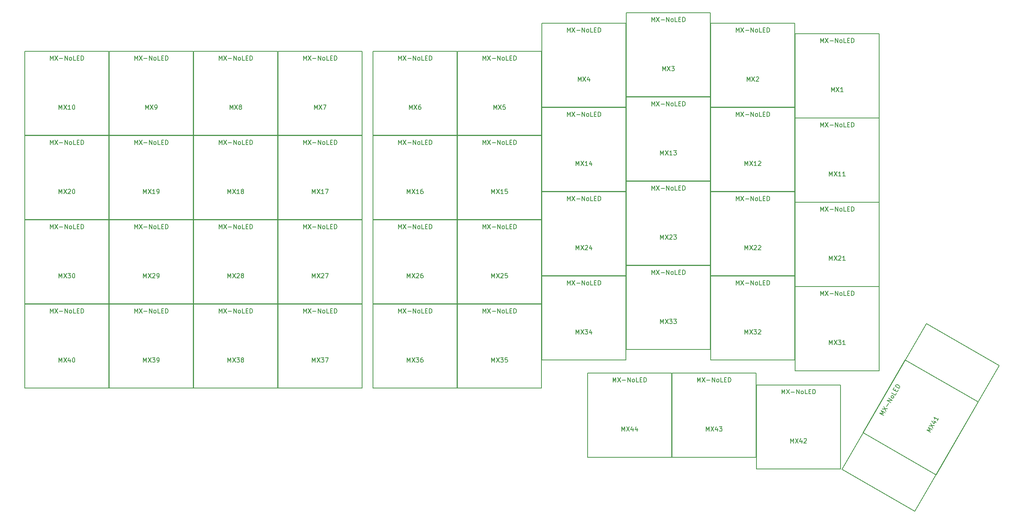
<source format=gbr>
%TF.GenerationSoftware,KiCad,Pcbnew,(5.1.9-0-10_14)*%
%TF.CreationDate,2021-04-26T22:34:41-05:00*%
%TF.ProjectId,wren-numpad-top,7772656e-2d6e-4756-9d70-61642d746f70,rev?*%
%TF.SameCoordinates,Original*%
%TF.FileFunction,OtherDrawing,Comment*%
%FSLAX46Y46*%
G04 Gerber Fmt 4.6, Leading zero omitted, Abs format (unit mm)*
G04 Created by KiCad (PCBNEW (5.1.9-0-10_14)) date 2021-04-26 22:34:41*
%MOMM*%
%LPD*%
G01*
G04 APERTURE LIST*
%ADD10C,0.150000*%
G04 APERTURE END LIST*
D10*
%TO.C,REF\u002A\u002A*%
X257211241Y-98055267D02*
X238211241Y-130964233D01*
X240756759Y-88555267D02*
X257211241Y-98055267D01*
X221756759Y-121464233D02*
X240756759Y-88555267D01*
X238211241Y-130964233D02*
X221756759Y-121464233D01*
%TO.C,MX21*%
X211162500Y-61143750D02*
X230162500Y-61143750D01*
X211162500Y-80143750D02*
X211162500Y-61143750D01*
X230162500Y-80143750D02*
X211162500Y-80143750D01*
X230162500Y-61143750D02*
X230162500Y-80143750D01*
%TO.C,MX41*%
X226506759Y-113236991D02*
X236006759Y-96782509D01*
X242961241Y-122736991D02*
X226506759Y-113236991D01*
X252461241Y-106282509D02*
X242961241Y-122736991D01*
X236006759Y-96782509D02*
X252461241Y-106282509D01*
%TO.C,MX10*%
X37331250Y-27012500D02*
X56331250Y-27012500D01*
X37331250Y-46012500D02*
X37331250Y-27012500D01*
X56331250Y-46012500D02*
X37331250Y-46012500D01*
X56331250Y-27012500D02*
X56331250Y-46012500D01*
%TO.C,MX15*%
X134962500Y-46062500D02*
X153962500Y-46062500D01*
X134962500Y-65062500D02*
X134962500Y-46062500D01*
X153962500Y-65062500D02*
X134962500Y-65062500D01*
X153962500Y-46062500D02*
X153962500Y-65062500D01*
%TO.C,MX44*%
X164325000Y-99751750D02*
X183325000Y-99751750D01*
X164325000Y-118751750D02*
X164325000Y-99751750D01*
X183325000Y-118751750D02*
X164325000Y-118751750D01*
X183325000Y-99751750D02*
X183325000Y-118751750D01*
%TO.C,MX43*%
X183375000Y-99751750D02*
X202375000Y-99751750D01*
X183375000Y-118751750D02*
X183375000Y-99751750D01*
X202375000Y-118751750D02*
X183375000Y-118751750D01*
X202375000Y-99751750D02*
X202375000Y-118751750D01*
%TO.C,MX42*%
X202425000Y-102418750D02*
X221425000Y-102418750D01*
X202425000Y-121418750D02*
X202425000Y-102418750D01*
X221425000Y-121418750D02*
X202425000Y-121418750D01*
X221425000Y-102418750D02*
X221425000Y-121418750D01*
%TO.C,MX40*%
X37331250Y-84162500D02*
X56331250Y-84162500D01*
X37331250Y-103162500D02*
X37331250Y-84162500D01*
X56331250Y-103162500D02*
X37331250Y-103162500D01*
X56331250Y-84162500D02*
X56331250Y-103162500D01*
%TO.C,MX39*%
X56381250Y-84162500D02*
X75381250Y-84162500D01*
X56381250Y-103162500D02*
X56381250Y-84162500D01*
X75381250Y-103162500D02*
X56381250Y-103162500D01*
X75381250Y-84162500D02*
X75381250Y-103162500D01*
%TO.C,MX38*%
X75431250Y-84162500D02*
X94431250Y-84162500D01*
X75431250Y-103162500D02*
X75431250Y-84162500D01*
X94431250Y-103162500D02*
X75431250Y-103162500D01*
X94431250Y-84162500D02*
X94431250Y-103162500D01*
%TO.C,MX37*%
X94481250Y-84162500D02*
X113481250Y-84162500D01*
X94481250Y-103162500D02*
X94481250Y-84162500D01*
X113481250Y-103162500D02*
X94481250Y-103162500D01*
X113481250Y-84162500D02*
X113481250Y-103162500D01*
%TO.C,MX36*%
X115912500Y-84162500D02*
X134912500Y-84162500D01*
X115912500Y-103162500D02*
X115912500Y-84162500D01*
X134912500Y-103162500D02*
X115912500Y-103162500D01*
X134912500Y-84162500D02*
X134912500Y-103162500D01*
%TO.C,MX35*%
X134962500Y-84162500D02*
X153962500Y-84162500D01*
X134962500Y-103162500D02*
X134962500Y-84162500D01*
X153962500Y-103162500D02*
X134962500Y-103162500D01*
X153962500Y-84162500D02*
X153962500Y-103162500D01*
%TO.C,MX34*%
X154012500Y-77812500D02*
X173012500Y-77812500D01*
X154012500Y-96812500D02*
X154012500Y-77812500D01*
X173012500Y-96812500D02*
X154012500Y-96812500D01*
X173012500Y-77812500D02*
X173012500Y-96812500D01*
%TO.C,MX33*%
X173062500Y-75431250D02*
X192062500Y-75431250D01*
X173062500Y-94431250D02*
X173062500Y-75431250D01*
X192062500Y-94431250D02*
X173062500Y-94431250D01*
X192062500Y-75431250D02*
X192062500Y-94431250D01*
%TO.C,MX32*%
X192112500Y-77812500D02*
X211112500Y-77812500D01*
X192112500Y-96812500D02*
X192112500Y-77812500D01*
X211112500Y-96812500D02*
X192112500Y-96812500D01*
X211112500Y-77812500D02*
X211112500Y-96812500D01*
%TO.C,MX31*%
X211162500Y-80193750D02*
X230162500Y-80193750D01*
X211162500Y-99193750D02*
X211162500Y-80193750D01*
X230162500Y-99193750D02*
X211162500Y-99193750D01*
X230162500Y-80193750D02*
X230162500Y-99193750D01*
%TO.C,MX30*%
X37331250Y-65112500D02*
X56331250Y-65112500D01*
X37331250Y-84112500D02*
X37331250Y-65112500D01*
X56331250Y-84112500D02*
X37331250Y-84112500D01*
X56331250Y-65112500D02*
X56331250Y-84112500D01*
%TO.C,MX29*%
X56381250Y-65112500D02*
X75381250Y-65112500D01*
X56381250Y-84112500D02*
X56381250Y-65112500D01*
X75381250Y-84112500D02*
X56381250Y-84112500D01*
X75381250Y-65112500D02*
X75381250Y-84112500D01*
%TO.C,MX28*%
X75431250Y-65112500D02*
X94431250Y-65112500D01*
X75431250Y-84112500D02*
X75431250Y-65112500D01*
X94431250Y-84112500D02*
X75431250Y-84112500D01*
X94431250Y-65112500D02*
X94431250Y-84112500D01*
%TO.C,MX27*%
X94481250Y-65112500D02*
X113481250Y-65112500D01*
X94481250Y-84112500D02*
X94481250Y-65112500D01*
X113481250Y-84112500D02*
X94481250Y-84112500D01*
X113481250Y-65112500D02*
X113481250Y-84112500D01*
%TO.C,MX26*%
X115912500Y-65112500D02*
X134912500Y-65112500D01*
X115912500Y-84112500D02*
X115912500Y-65112500D01*
X134912500Y-84112500D02*
X115912500Y-84112500D01*
X134912500Y-65112500D02*
X134912500Y-84112500D01*
%TO.C,MX25*%
X134962500Y-65112500D02*
X153962500Y-65112500D01*
X134962500Y-84112500D02*
X134962500Y-65112500D01*
X153962500Y-84112500D02*
X134962500Y-84112500D01*
X153962500Y-65112500D02*
X153962500Y-84112500D01*
%TO.C,MX24*%
X154012500Y-58762500D02*
X173012500Y-58762500D01*
X154012500Y-77762500D02*
X154012500Y-58762500D01*
X173012500Y-77762500D02*
X154012500Y-77762500D01*
X173012500Y-58762500D02*
X173012500Y-77762500D01*
%TO.C,MX23*%
X173062500Y-56381250D02*
X192062500Y-56381250D01*
X173062500Y-75381250D02*
X173062500Y-56381250D01*
X192062500Y-75381250D02*
X173062500Y-75381250D01*
X192062500Y-56381250D02*
X192062500Y-75381250D01*
%TO.C,MX22*%
X192112500Y-58762500D02*
X211112500Y-58762500D01*
X192112500Y-77762500D02*
X192112500Y-58762500D01*
X211112500Y-77762500D02*
X192112500Y-77762500D01*
X211112500Y-58762500D02*
X211112500Y-77762500D01*
%TO.C,MX20*%
X37331250Y-46062500D02*
X56331250Y-46062500D01*
X37331250Y-65062500D02*
X37331250Y-46062500D01*
X56331250Y-65062500D02*
X37331250Y-65062500D01*
X56331250Y-46062500D02*
X56331250Y-65062500D01*
%TO.C,MX19*%
X56381250Y-46062500D02*
X75381250Y-46062500D01*
X56381250Y-65062500D02*
X56381250Y-46062500D01*
X75381250Y-65062500D02*
X56381250Y-65062500D01*
X75381250Y-46062500D02*
X75381250Y-65062500D01*
%TO.C,MX18*%
X75431250Y-46062500D02*
X94431250Y-46062500D01*
X75431250Y-65062500D02*
X75431250Y-46062500D01*
X94431250Y-65062500D02*
X75431250Y-65062500D01*
X94431250Y-46062500D02*
X94431250Y-65062500D01*
%TO.C,MX17*%
X94481250Y-46062500D02*
X113481250Y-46062500D01*
X94481250Y-65062500D02*
X94481250Y-46062500D01*
X113481250Y-65062500D02*
X94481250Y-65062500D01*
X113481250Y-46062500D02*
X113481250Y-65062500D01*
%TO.C,MX16*%
X115912500Y-46062500D02*
X134912500Y-46062500D01*
X115912500Y-65062500D02*
X115912500Y-46062500D01*
X134912500Y-65062500D02*
X115912500Y-65062500D01*
X134912500Y-46062500D02*
X134912500Y-65062500D01*
%TO.C,MX14*%
X154012500Y-39712500D02*
X173012500Y-39712500D01*
X154012500Y-58712500D02*
X154012500Y-39712500D01*
X173012500Y-58712500D02*
X154012500Y-58712500D01*
X173012500Y-39712500D02*
X173012500Y-58712500D01*
%TO.C,MX13*%
X173062500Y-37331250D02*
X192062500Y-37331250D01*
X173062500Y-56331250D02*
X173062500Y-37331250D01*
X192062500Y-56331250D02*
X173062500Y-56331250D01*
X192062500Y-37331250D02*
X192062500Y-56331250D01*
%TO.C,MX12*%
X192112500Y-39712500D02*
X211112500Y-39712500D01*
X192112500Y-58712500D02*
X192112500Y-39712500D01*
X211112500Y-58712500D02*
X192112500Y-58712500D01*
X211112500Y-39712500D02*
X211112500Y-58712500D01*
%TO.C,MX11*%
X211162500Y-42093750D02*
X230162500Y-42093750D01*
X211162500Y-61093750D02*
X211162500Y-42093750D01*
X230162500Y-61093750D02*
X211162500Y-61093750D01*
X230162500Y-42093750D02*
X230162500Y-61093750D01*
%TO.C,MX9*%
X56381250Y-27012500D02*
X75381250Y-27012500D01*
X56381250Y-46012500D02*
X56381250Y-27012500D01*
X75381250Y-46012500D02*
X56381250Y-46012500D01*
X75381250Y-27012500D02*
X75381250Y-46012500D01*
%TO.C,MX8*%
X75431250Y-27012500D02*
X94431250Y-27012500D01*
X75431250Y-46012500D02*
X75431250Y-27012500D01*
X94431250Y-46012500D02*
X75431250Y-46012500D01*
X94431250Y-27012500D02*
X94431250Y-46012500D01*
%TO.C,MX7*%
X94481250Y-27012500D02*
X113481250Y-27012500D01*
X94481250Y-46012500D02*
X94481250Y-27012500D01*
X113481250Y-46012500D02*
X94481250Y-46012500D01*
X113481250Y-27012500D02*
X113481250Y-46012500D01*
%TO.C,MX6*%
X115912500Y-27012500D02*
X134912500Y-27012500D01*
X115912500Y-46012500D02*
X115912500Y-27012500D01*
X134912500Y-46012500D02*
X115912500Y-46012500D01*
X134912500Y-27012500D02*
X134912500Y-46012500D01*
%TO.C,MX5*%
X134962500Y-27012500D02*
X153962500Y-27012500D01*
X134962500Y-46012500D02*
X134962500Y-27012500D01*
X153962500Y-46012500D02*
X134962500Y-46012500D01*
X153962500Y-27012500D02*
X153962500Y-46012500D01*
%TO.C,MX4*%
X154012500Y-20662500D02*
X173012500Y-20662500D01*
X154012500Y-39662500D02*
X154012500Y-20662500D01*
X173012500Y-39662500D02*
X154012500Y-39662500D01*
X173012500Y-20662500D02*
X173012500Y-39662500D01*
%TO.C,MX3*%
X173062500Y-18281250D02*
X192062500Y-18281250D01*
X173062500Y-37281250D02*
X173062500Y-18281250D01*
X192062500Y-37281250D02*
X173062500Y-37281250D01*
X192062500Y-18281250D02*
X192062500Y-37281250D01*
%TO.C,MX2*%
X192112500Y-20662500D02*
X211112500Y-20662500D01*
X192112500Y-39662500D02*
X192112500Y-20662500D01*
X211112500Y-39662500D02*
X192112500Y-39662500D01*
X211112500Y-20662500D02*
X211112500Y-39662500D01*
%TO.C,MX1*%
X211162500Y-23043750D02*
X230162500Y-23043750D01*
X211162500Y-42043750D02*
X211162500Y-23043750D01*
X230162500Y-42043750D02*
X211162500Y-42043750D01*
X230162500Y-23043750D02*
X230162500Y-42043750D01*
%TD*%
%TO.C,MX21*%
X218900595Y-74271130D02*
X218900595Y-73271130D01*
X219233928Y-73985416D01*
X219567261Y-73271130D01*
X219567261Y-74271130D01*
X219948214Y-73271130D02*
X220614880Y-74271130D01*
X220614880Y-73271130D02*
X219948214Y-74271130D01*
X220948214Y-73366369D02*
X220995833Y-73318750D01*
X221091071Y-73271130D01*
X221329166Y-73271130D01*
X221424404Y-73318750D01*
X221472023Y-73366369D01*
X221519642Y-73461607D01*
X221519642Y-73556845D01*
X221472023Y-73699702D01*
X220900595Y-74271130D01*
X221519642Y-74271130D01*
X222472023Y-74271130D02*
X221900595Y-74271130D01*
X222186309Y-74271130D02*
X222186309Y-73271130D01*
X222091071Y-73413988D01*
X221995833Y-73509226D01*
X221900595Y-73556845D01*
X216900595Y-63158630D02*
X216900595Y-62158630D01*
X217233928Y-62872916D01*
X217567261Y-62158630D01*
X217567261Y-63158630D01*
X217948214Y-62158630D02*
X218614880Y-63158630D01*
X218614880Y-62158630D02*
X217948214Y-63158630D01*
X218995833Y-62777678D02*
X219757738Y-62777678D01*
X220233928Y-63158630D02*
X220233928Y-62158630D01*
X220805357Y-63158630D01*
X220805357Y-62158630D01*
X221424404Y-63158630D02*
X221329166Y-63111011D01*
X221281547Y-63063392D01*
X221233928Y-62968154D01*
X221233928Y-62682440D01*
X221281547Y-62587202D01*
X221329166Y-62539583D01*
X221424404Y-62491964D01*
X221567261Y-62491964D01*
X221662500Y-62539583D01*
X221710119Y-62587202D01*
X221757738Y-62682440D01*
X221757738Y-62968154D01*
X221710119Y-63063392D01*
X221662500Y-63111011D01*
X221567261Y-63158630D01*
X221424404Y-63158630D01*
X222662500Y-63158630D02*
X222186309Y-63158630D01*
X222186309Y-62158630D01*
X222995833Y-62634821D02*
X223329166Y-62634821D01*
X223472023Y-63158630D02*
X222995833Y-63158630D01*
X222995833Y-62158630D01*
X223472023Y-62158630D01*
X223900595Y-63158630D02*
X223900595Y-62158630D01*
X224138690Y-62158630D01*
X224281547Y-62206250D01*
X224376785Y-62301488D01*
X224424404Y-62396726D01*
X224472023Y-62587202D01*
X224472023Y-62730059D01*
X224424404Y-62920535D01*
X224376785Y-63015773D01*
X224281547Y-63111011D01*
X224138690Y-63158630D01*
X223900595Y-63158630D01*
%TO.C,MX41*%
X241744452Y-113099294D02*
X240878426Y-112599294D01*
X241663682Y-112667762D01*
X241211759Y-112021944D01*
X242077785Y-112521944D01*
X241402236Y-111692030D02*
X242601594Y-111614679D01*
X241735569Y-111114679D02*
X242268261Y-112192030D01*
X242429006Y-110580278D02*
X243006356Y-110913611D01*
X241980044Y-110595998D02*
X242479586Y-111159337D01*
X242789110Y-110623227D01*
X243530166Y-110006346D02*
X243244452Y-110501218D01*
X243387309Y-110253782D02*
X242521283Y-109753782D01*
X242597382Y-109907689D01*
X242632242Y-110037787D01*
X242625862Y-110144075D01*
X231120744Y-109275095D02*
X230254718Y-108775095D01*
X231039974Y-108843563D01*
X230588051Y-108197745D01*
X231454077Y-108697745D01*
X230778528Y-107867830D02*
X231977886Y-107790480D01*
X231111861Y-107290480D02*
X231644553Y-108367830D01*
X231838448Y-107270089D02*
X232219401Y-106610261D01*
X232787410Y-106388344D02*
X231921385Y-105888344D01*
X233073124Y-105893472D01*
X232207099Y-105393472D01*
X233382648Y-105357361D02*
X233293790Y-105416030D01*
X233228741Y-105433460D01*
X233122453Y-105427080D01*
X232875017Y-105284223D01*
X232816348Y-105195365D01*
X232798918Y-105130316D01*
X232805298Y-105024028D01*
X232876727Y-104900310D01*
X232965585Y-104841641D01*
X233030634Y-104824211D01*
X233136922Y-104830591D01*
X233384358Y-104973448D01*
X233443027Y-105062306D01*
X233460457Y-105127355D01*
X233454077Y-105233643D01*
X233382648Y-105357361D01*
X234001696Y-104285139D02*
X233763601Y-104697532D01*
X232897575Y-104197532D01*
X233714730Y-103734559D02*
X233881397Y-103445884D01*
X234406458Y-103584071D02*
X234168363Y-103996464D01*
X233302337Y-103496464D01*
X233540432Y-103084071D01*
X234620744Y-103212917D02*
X233754718Y-102712917D01*
X233873766Y-102506721D01*
X233986434Y-102406812D01*
X234116531Y-102371953D01*
X234222819Y-102378333D01*
X234411586Y-102432331D01*
X234535304Y-102503760D01*
X234676452Y-102640237D01*
X234735121Y-102729096D01*
X234769980Y-102859193D01*
X234739791Y-103006721D01*
X234620744Y-103212917D01*
%TO.C,MX10*%
X45069345Y-40139880D02*
X45069345Y-39139880D01*
X45402678Y-39854166D01*
X45736011Y-39139880D01*
X45736011Y-40139880D01*
X46116964Y-39139880D02*
X46783630Y-40139880D01*
X46783630Y-39139880D02*
X46116964Y-40139880D01*
X47688392Y-40139880D02*
X47116964Y-40139880D01*
X47402678Y-40139880D02*
X47402678Y-39139880D01*
X47307440Y-39282738D01*
X47212202Y-39377976D01*
X47116964Y-39425595D01*
X48307440Y-39139880D02*
X48402678Y-39139880D01*
X48497916Y-39187500D01*
X48545535Y-39235119D01*
X48593154Y-39330357D01*
X48640773Y-39520833D01*
X48640773Y-39758928D01*
X48593154Y-39949404D01*
X48545535Y-40044642D01*
X48497916Y-40092261D01*
X48402678Y-40139880D01*
X48307440Y-40139880D01*
X48212202Y-40092261D01*
X48164583Y-40044642D01*
X48116964Y-39949404D01*
X48069345Y-39758928D01*
X48069345Y-39520833D01*
X48116964Y-39330357D01*
X48164583Y-39235119D01*
X48212202Y-39187500D01*
X48307440Y-39139880D01*
X43069345Y-29027380D02*
X43069345Y-28027380D01*
X43402678Y-28741666D01*
X43736011Y-28027380D01*
X43736011Y-29027380D01*
X44116964Y-28027380D02*
X44783630Y-29027380D01*
X44783630Y-28027380D02*
X44116964Y-29027380D01*
X45164583Y-28646428D02*
X45926488Y-28646428D01*
X46402678Y-29027380D02*
X46402678Y-28027380D01*
X46974107Y-29027380D01*
X46974107Y-28027380D01*
X47593154Y-29027380D02*
X47497916Y-28979761D01*
X47450297Y-28932142D01*
X47402678Y-28836904D01*
X47402678Y-28551190D01*
X47450297Y-28455952D01*
X47497916Y-28408333D01*
X47593154Y-28360714D01*
X47736011Y-28360714D01*
X47831250Y-28408333D01*
X47878869Y-28455952D01*
X47926488Y-28551190D01*
X47926488Y-28836904D01*
X47878869Y-28932142D01*
X47831250Y-28979761D01*
X47736011Y-29027380D01*
X47593154Y-29027380D01*
X48831250Y-29027380D02*
X48355059Y-29027380D01*
X48355059Y-28027380D01*
X49164583Y-28503571D02*
X49497916Y-28503571D01*
X49640773Y-29027380D02*
X49164583Y-29027380D01*
X49164583Y-28027380D01*
X49640773Y-28027380D01*
X50069345Y-29027380D02*
X50069345Y-28027380D01*
X50307440Y-28027380D01*
X50450297Y-28075000D01*
X50545535Y-28170238D01*
X50593154Y-28265476D01*
X50640773Y-28455952D01*
X50640773Y-28598809D01*
X50593154Y-28789285D01*
X50545535Y-28884523D01*
X50450297Y-28979761D01*
X50307440Y-29027380D01*
X50069345Y-29027380D01*
%TO.C,MX15*%
X142700595Y-59189880D02*
X142700595Y-58189880D01*
X143033928Y-58904166D01*
X143367261Y-58189880D01*
X143367261Y-59189880D01*
X143748214Y-58189880D02*
X144414880Y-59189880D01*
X144414880Y-58189880D02*
X143748214Y-59189880D01*
X145319642Y-59189880D02*
X144748214Y-59189880D01*
X145033928Y-59189880D02*
X145033928Y-58189880D01*
X144938690Y-58332738D01*
X144843452Y-58427976D01*
X144748214Y-58475595D01*
X146224404Y-58189880D02*
X145748214Y-58189880D01*
X145700595Y-58666071D01*
X145748214Y-58618452D01*
X145843452Y-58570833D01*
X146081547Y-58570833D01*
X146176785Y-58618452D01*
X146224404Y-58666071D01*
X146272023Y-58761309D01*
X146272023Y-58999404D01*
X146224404Y-59094642D01*
X146176785Y-59142261D01*
X146081547Y-59189880D01*
X145843452Y-59189880D01*
X145748214Y-59142261D01*
X145700595Y-59094642D01*
X140700595Y-48077380D02*
X140700595Y-47077380D01*
X141033928Y-47791666D01*
X141367261Y-47077380D01*
X141367261Y-48077380D01*
X141748214Y-47077380D02*
X142414880Y-48077380D01*
X142414880Y-47077380D02*
X141748214Y-48077380D01*
X142795833Y-47696428D02*
X143557738Y-47696428D01*
X144033928Y-48077380D02*
X144033928Y-47077380D01*
X144605357Y-48077380D01*
X144605357Y-47077380D01*
X145224404Y-48077380D02*
X145129166Y-48029761D01*
X145081547Y-47982142D01*
X145033928Y-47886904D01*
X145033928Y-47601190D01*
X145081547Y-47505952D01*
X145129166Y-47458333D01*
X145224404Y-47410714D01*
X145367261Y-47410714D01*
X145462500Y-47458333D01*
X145510119Y-47505952D01*
X145557738Y-47601190D01*
X145557738Y-47886904D01*
X145510119Y-47982142D01*
X145462500Y-48029761D01*
X145367261Y-48077380D01*
X145224404Y-48077380D01*
X146462500Y-48077380D02*
X145986309Y-48077380D01*
X145986309Y-47077380D01*
X146795833Y-47553571D02*
X147129166Y-47553571D01*
X147272023Y-48077380D02*
X146795833Y-48077380D01*
X146795833Y-47077380D01*
X147272023Y-47077380D01*
X147700595Y-48077380D02*
X147700595Y-47077380D01*
X147938690Y-47077380D01*
X148081547Y-47125000D01*
X148176785Y-47220238D01*
X148224404Y-47315476D01*
X148272023Y-47505952D01*
X148272023Y-47648809D01*
X148224404Y-47839285D01*
X148176785Y-47934523D01*
X148081547Y-48029761D01*
X147938690Y-48077380D01*
X147700595Y-48077380D01*
%TO.C,MX44*%
X172063095Y-112879130D02*
X172063095Y-111879130D01*
X172396428Y-112593416D01*
X172729761Y-111879130D01*
X172729761Y-112879130D01*
X173110714Y-111879130D02*
X173777380Y-112879130D01*
X173777380Y-111879130D02*
X173110714Y-112879130D01*
X174586904Y-112212464D02*
X174586904Y-112879130D01*
X174348809Y-111831511D02*
X174110714Y-112545797D01*
X174729761Y-112545797D01*
X175539285Y-112212464D02*
X175539285Y-112879130D01*
X175301190Y-111831511D02*
X175063095Y-112545797D01*
X175682142Y-112545797D01*
X170063095Y-101766630D02*
X170063095Y-100766630D01*
X170396428Y-101480916D01*
X170729761Y-100766630D01*
X170729761Y-101766630D01*
X171110714Y-100766630D02*
X171777380Y-101766630D01*
X171777380Y-100766630D02*
X171110714Y-101766630D01*
X172158333Y-101385678D02*
X172920238Y-101385678D01*
X173396428Y-101766630D02*
X173396428Y-100766630D01*
X173967857Y-101766630D01*
X173967857Y-100766630D01*
X174586904Y-101766630D02*
X174491666Y-101719011D01*
X174444047Y-101671392D01*
X174396428Y-101576154D01*
X174396428Y-101290440D01*
X174444047Y-101195202D01*
X174491666Y-101147583D01*
X174586904Y-101099964D01*
X174729761Y-101099964D01*
X174825000Y-101147583D01*
X174872619Y-101195202D01*
X174920238Y-101290440D01*
X174920238Y-101576154D01*
X174872619Y-101671392D01*
X174825000Y-101719011D01*
X174729761Y-101766630D01*
X174586904Y-101766630D01*
X175825000Y-101766630D02*
X175348809Y-101766630D01*
X175348809Y-100766630D01*
X176158333Y-101242821D02*
X176491666Y-101242821D01*
X176634523Y-101766630D02*
X176158333Y-101766630D01*
X176158333Y-100766630D01*
X176634523Y-100766630D01*
X177063095Y-101766630D02*
X177063095Y-100766630D01*
X177301190Y-100766630D01*
X177444047Y-100814250D01*
X177539285Y-100909488D01*
X177586904Y-101004726D01*
X177634523Y-101195202D01*
X177634523Y-101338059D01*
X177586904Y-101528535D01*
X177539285Y-101623773D01*
X177444047Y-101719011D01*
X177301190Y-101766630D01*
X177063095Y-101766630D01*
%TO.C,MX43*%
X191113095Y-112879130D02*
X191113095Y-111879130D01*
X191446428Y-112593416D01*
X191779761Y-111879130D01*
X191779761Y-112879130D01*
X192160714Y-111879130D02*
X192827380Y-112879130D01*
X192827380Y-111879130D02*
X192160714Y-112879130D01*
X193636904Y-112212464D02*
X193636904Y-112879130D01*
X193398809Y-111831511D02*
X193160714Y-112545797D01*
X193779761Y-112545797D01*
X194065476Y-111879130D02*
X194684523Y-111879130D01*
X194351190Y-112260083D01*
X194494047Y-112260083D01*
X194589285Y-112307702D01*
X194636904Y-112355321D01*
X194684523Y-112450559D01*
X194684523Y-112688654D01*
X194636904Y-112783892D01*
X194589285Y-112831511D01*
X194494047Y-112879130D01*
X194208333Y-112879130D01*
X194113095Y-112831511D01*
X194065476Y-112783892D01*
X189113095Y-101766630D02*
X189113095Y-100766630D01*
X189446428Y-101480916D01*
X189779761Y-100766630D01*
X189779761Y-101766630D01*
X190160714Y-100766630D02*
X190827380Y-101766630D01*
X190827380Y-100766630D02*
X190160714Y-101766630D01*
X191208333Y-101385678D02*
X191970238Y-101385678D01*
X192446428Y-101766630D02*
X192446428Y-100766630D01*
X193017857Y-101766630D01*
X193017857Y-100766630D01*
X193636904Y-101766630D02*
X193541666Y-101719011D01*
X193494047Y-101671392D01*
X193446428Y-101576154D01*
X193446428Y-101290440D01*
X193494047Y-101195202D01*
X193541666Y-101147583D01*
X193636904Y-101099964D01*
X193779761Y-101099964D01*
X193875000Y-101147583D01*
X193922619Y-101195202D01*
X193970238Y-101290440D01*
X193970238Y-101576154D01*
X193922619Y-101671392D01*
X193875000Y-101719011D01*
X193779761Y-101766630D01*
X193636904Y-101766630D01*
X194875000Y-101766630D02*
X194398809Y-101766630D01*
X194398809Y-100766630D01*
X195208333Y-101242821D02*
X195541666Y-101242821D01*
X195684523Y-101766630D02*
X195208333Y-101766630D01*
X195208333Y-100766630D01*
X195684523Y-100766630D01*
X196113095Y-101766630D02*
X196113095Y-100766630D01*
X196351190Y-100766630D01*
X196494047Y-100814250D01*
X196589285Y-100909488D01*
X196636904Y-101004726D01*
X196684523Y-101195202D01*
X196684523Y-101338059D01*
X196636904Y-101528535D01*
X196589285Y-101623773D01*
X196494047Y-101719011D01*
X196351190Y-101766630D01*
X196113095Y-101766630D01*
%TO.C,MX42*%
X210163095Y-115546130D02*
X210163095Y-114546130D01*
X210496428Y-115260416D01*
X210829761Y-114546130D01*
X210829761Y-115546130D01*
X211210714Y-114546130D02*
X211877380Y-115546130D01*
X211877380Y-114546130D02*
X211210714Y-115546130D01*
X212686904Y-114879464D02*
X212686904Y-115546130D01*
X212448809Y-114498511D02*
X212210714Y-115212797D01*
X212829761Y-115212797D01*
X213163095Y-114641369D02*
X213210714Y-114593750D01*
X213305952Y-114546130D01*
X213544047Y-114546130D01*
X213639285Y-114593750D01*
X213686904Y-114641369D01*
X213734523Y-114736607D01*
X213734523Y-114831845D01*
X213686904Y-114974702D01*
X213115476Y-115546130D01*
X213734523Y-115546130D01*
X208163095Y-104433630D02*
X208163095Y-103433630D01*
X208496428Y-104147916D01*
X208829761Y-103433630D01*
X208829761Y-104433630D01*
X209210714Y-103433630D02*
X209877380Y-104433630D01*
X209877380Y-103433630D02*
X209210714Y-104433630D01*
X210258333Y-104052678D02*
X211020238Y-104052678D01*
X211496428Y-104433630D02*
X211496428Y-103433630D01*
X212067857Y-104433630D01*
X212067857Y-103433630D01*
X212686904Y-104433630D02*
X212591666Y-104386011D01*
X212544047Y-104338392D01*
X212496428Y-104243154D01*
X212496428Y-103957440D01*
X212544047Y-103862202D01*
X212591666Y-103814583D01*
X212686904Y-103766964D01*
X212829761Y-103766964D01*
X212925000Y-103814583D01*
X212972619Y-103862202D01*
X213020238Y-103957440D01*
X213020238Y-104243154D01*
X212972619Y-104338392D01*
X212925000Y-104386011D01*
X212829761Y-104433630D01*
X212686904Y-104433630D01*
X213925000Y-104433630D02*
X213448809Y-104433630D01*
X213448809Y-103433630D01*
X214258333Y-103909821D02*
X214591666Y-103909821D01*
X214734523Y-104433630D02*
X214258333Y-104433630D01*
X214258333Y-103433630D01*
X214734523Y-103433630D01*
X215163095Y-104433630D02*
X215163095Y-103433630D01*
X215401190Y-103433630D01*
X215544047Y-103481250D01*
X215639285Y-103576488D01*
X215686904Y-103671726D01*
X215734523Y-103862202D01*
X215734523Y-104005059D01*
X215686904Y-104195535D01*
X215639285Y-104290773D01*
X215544047Y-104386011D01*
X215401190Y-104433630D01*
X215163095Y-104433630D01*
%TO.C,MX40*%
X45069345Y-97289880D02*
X45069345Y-96289880D01*
X45402678Y-97004166D01*
X45736011Y-96289880D01*
X45736011Y-97289880D01*
X46116964Y-96289880D02*
X46783630Y-97289880D01*
X46783630Y-96289880D02*
X46116964Y-97289880D01*
X47593154Y-96623214D02*
X47593154Y-97289880D01*
X47355059Y-96242261D02*
X47116964Y-96956547D01*
X47736011Y-96956547D01*
X48307440Y-96289880D02*
X48402678Y-96289880D01*
X48497916Y-96337500D01*
X48545535Y-96385119D01*
X48593154Y-96480357D01*
X48640773Y-96670833D01*
X48640773Y-96908928D01*
X48593154Y-97099404D01*
X48545535Y-97194642D01*
X48497916Y-97242261D01*
X48402678Y-97289880D01*
X48307440Y-97289880D01*
X48212202Y-97242261D01*
X48164583Y-97194642D01*
X48116964Y-97099404D01*
X48069345Y-96908928D01*
X48069345Y-96670833D01*
X48116964Y-96480357D01*
X48164583Y-96385119D01*
X48212202Y-96337500D01*
X48307440Y-96289880D01*
X43069345Y-86177380D02*
X43069345Y-85177380D01*
X43402678Y-85891666D01*
X43736011Y-85177380D01*
X43736011Y-86177380D01*
X44116964Y-85177380D02*
X44783630Y-86177380D01*
X44783630Y-85177380D02*
X44116964Y-86177380D01*
X45164583Y-85796428D02*
X45926488Y-85796428D01*
X46402678Y-86177380D02*
X46402678Y-85177380D01*
X46974107Y-86177380D01*
X46974107Y-85177380D01*
X47593154Y-86177380D02*
X47497916Y-86129761D01*
X47450297Y-86082142D01*
X47402678Y-85986904D01*
X47402678Y-85701190D01*
X47450297Y-85605952D01*
X47497916Y-85558333D01*
X47593154Y-85510714D01*
X47736011Y-85510714D01*
X47831250Y-85558333D01*
X47878869Y-85605952D01*
X47926488Y-85701190D01*
X47926488Y-85986904D01*
X47878869Y-86082142D01*
X47831250Y-86129761D01*
X47736011Y-86177380D01*
X47593154Y-86177380D01*
X48831250Y-86177380D02*
X48355059Y-86177380D01*
X48355059Y-85177380D01*
X49164583Y-85653571D02*
X49497916Y-85653571D01*
X49640773Y-86177380D02*
X49164583Y-86177380D01*
X49164583Y-85177380D01*
X49640773Y-85177380D01*
X50069345Y-86177380D02*
X50069345Y-85177380D01*
X50307440Y-85177380D01*
X50450297Y-85225000D01*
X50545535Y-85320238D01*
X50593154Y-85415476D01*
X50640773Y-85605952D01*
X50640773Y-85748809D01*
X50593154Y-85939285D01*
X50545535Y-86034523D01*
X50450297Y-86129761D01*
X50307440Y-86177380D01*
X50069345Y-86177380D01*
%TO.C,MX39*%
X64119345Y-97289880D02*
X64119345Y-96289880D01*
X64452678Y-97004166D01*
X64786011Y-96289880D01*
X64786011Y-97289880D01*
X65166964Y-96289880D02*
X65833630Y-97289880D01*
X65833630Y-96289880D02*
X65166964Y-97289880D01*
X66119345Y-96289880D02*
X66738392Y-96289880D01*
X66405059Y-96670833D01*
X66547916Y-96670833D01*
X66643154Y-96718452D01*
X66690773Y-96766071D01*
X66738392Y-96861309D01*
X66738392Y-97099404D01*
X66690773Y-97194642D01*
X66643154Y-97242261D01*
X66547916Y-97289880D01*
X66262202Y-97289880D01*
X66166964Y-97242261D01*
X66119345Y-97194642D01*
X67214583Y-97289880D02*
X67405059Y-97289880D01*
X67500297Y-97242261D01*
X67547916Y-97194642D01*
X67643154Y-97051785D01*
X67690773Y-96861309D01*
X67690773Y-96480357D01*
X67643154Y-96385119D01*
X67595535Y-96337500D01*
X67500297Y-96289880D01*
X67309821Y-96289880D01*
X67214583Y-96337500D01*
X67166964Y-96385119D01*
X67119345Y-96480357D01*
X67119345Y-96718452D01*
X67166964Y-96813690D01*
X67214583Y-96861309D01*
X67309821Y-96908928D01*
X67500297Y-96908928D01*
X67595535Y-96861309D01*
X67643154Y-96813690D01*
X67690773Y-96718452D01*
X62119345Y-86177380D02*
X62119345Y-85177380D01*
X62452678Y-85891666D01*
X62786011Y-85177380D01*
X62786011Y-86177380D01*
X63166964Y-85177380D02*
X63833630Y-86177380D01*
X63833630Y-85177380D02*
X63166964Y-86177380D01*
X64214583Y-85796428D02*
X64976488Y-85796428D01*
X65452678Y-86177380D02*
X65452678Y-85177380D01*
X66024107Y-86177380D01*
X66024107Y-85177380D01*
X66643154Y-86177380D02*
X66547916Y-86129761D01*
X66500297Y-86082142D01*
X66452678Y-85986904D01*
X66452678Y-85701190D01*
X66500297Y-85605952D01*
X66547916Y-85558333D01*
X66643154Y-85510714D01*
X66786011Y-85510714D01*
X66881250Y-85558333D01*
X66928869Y-85605952D01*
X66976488Y-85701190D01*
X66976488Y-85986904D01*
X66928869Y-86082142D01*
X66881250Y-86129761D01*
X66786011Y-86177380D01*
X66643154Y-86177380D01*
X67881250Y-86177380D02*
X67405059Y-86177380D01*
X67405059Y-85177380D01*
X68214583Y-85653571D02*
X68547916Y-85653571D01*
X68690773Y-86177380D02*
X68214583Y-86177380D01*
X68214583Y-85177380D01*
X68690773Y-85177380D01*
X69119345Y-86177380D02*
X69119345Y-85177380D01*
X69357440Y-85177380D01*
X69500297Y-85225000D01*
X69595535Y-85320238D01*
X69643154Y-85415476D01*
X69690773Y-85605952D01*
X69690773Y-85748809D01*
X69643154Y-85939285D01*
X69595535Y-86034523D01*
X69500297Y-86129761D01*
X69357440Y-86177380D01*
X69119345Y-86177380D01*
%TO.C,MX38*%
X83169345Y-97289880D02*
X83169345Y-96289880D01*
X83502678Y-97004166D01*
X83836011Y-96289880D01*
X83836011Y-97289880D01*
X84216964Y-96289880D02*
X84883630Y-97289880D01*
X84883630Y-96289880D02*
X84216964Y-97289880D01*
X85169345Y-96289880D02*
X85788392Y-96289880D01*
X85455059Y-96670833D01*
X85597916Y-96670833D01*
X85693154Y-96718452D01*
X85740773Y-96766071D01*
X85788392Y-96861309D01*
X85788392Y-97099404D01*
X85740773Y-97194642D01*
X85693154Y-97242261D01*
X85597916Y-97289880D01*
X85312202Y-97289880D01*
X85216964Y-97242261D01*
X85169345Y-97194642D01*
X86359821Y-96718452D02*
X86264583Y-96670833D01*
X86216964Y-96623214D01*
X86169345Y-96527976D01*
X86169345Y-96480357D01*
X86216964Y-96385119D01*
X86264583Y-96337500D01*
X86359821Y-96289880D01*
X86550297Y-96289880D01*
X86645535Y-96337500D01*
X86693154Y-96385119D01*
X86740773Y-96480357D01*
X86740773Y-96527976D01*
X86693154Y-96623214D01*
X86645535Y-96670833D01*
X86550297Y-96718452D01*
X86359821Y-96718452D01*
X86264583Y-96766071D01*
X86216964Y-96813690D01*
X86169345Y-96908928D01*
X86169345Y-97099404D01*
X86216964Y-97194642D01*
X86264583Y-97242261D01*
X86359821Y-97289880D01*
X86550297Y-97289880D01*
X86645535Y-97242261D01*
X86693154Y-97194642D01*
X86740773Y-97099404D01*
X86740773Y-96908928D01*
X86693154Y-96813690D01*
X86645535Y-96766071D01*
X86550297Y-96718452D01*
X81169345Y-86177380D02*
X81169345Y-85177380D01*
X81502678Y-85891666D01*
X81836011Y-85177380D01*
X81836011Y-86177380D01*
X82216964Y-85177380D02*
X82883630Y-86177380D01*
X82883630Y-85177380D02*
X82216964Y-86177380D01*
X83264583Y-85796428D02*
X84026488Y-85796428D01*
X84502678Y-86177380D02*
X84502678Y-85177380D01*
X85074107Y-86177380D01*
X85074107Y-85177380D01*
X85693154Y-86177380D02*
X85597916Y-86129761D01*
X85550297Y-86082142D01*
X85502678Y-85986904D01*
X85502678Y-85701190D01*
X85550297Y-85605952D01*
X85597916Y-85558333D01*
X85693154Y-85510714D01*
X85836011Y-85510714D01*
X85931250Y-85558333D01*
X85978869Y-85605952D01*
X86026488Y-85701190D01*
X86026488Y-85986904D01*
X85978869Y-86082142D01*
X85931250Y-86129761D01*
X85836011Y-86177380D01*
X85693154Y-86177380D01*
X86931250Y-86177380D02*
X86455059Y-86177380D01*
X86455059Y-85177380D01*
X87264583Y-85653571D02*
X87597916Y-85653571D01*
X87740773Y-86177380D02*
X87264583Y-86177380D01*
X87264583Y-85177380D01*
X87740773Y-85177380D01*
X88169345Y-86177380D02*
X88169345Y-85177380D01*
X88407440Y-85177380D01*
X88550297Y-85225000D01*
X88645535Y-85320238D01*
X88693154Y-85415476D01*
X88740773Y-85605952D01*
X88740773Y-85748809D01*
X88693154Y-85939285D01*
X88645535Y-86034523D01*
X88550297Y-86129761D01*
X88407440Y-86177380D01*
X88169345Y-86177380D01*
%TO.C,MX37*%
X102219345Y-97289880D02*
X102219345Y-96289880D01*
X102552678Y-97004166D01*
X102886011Y-96289880D01*
X102886011Y-97289880D01*
X103266964Y-96289880D02*
X103933630Y-97289880D01*
X103933630Y-96289880D02*
X103266964Y-97289880D01*
X104219345Y-96289880D02*
X104838392Y-96289880D01*
X104505059Y-96670833D01*
X104647916Y-96670833D01*
X104743154Y-96718452D01*
X104790773Y-96766071D01*
X104838392Y-96861309D01*
X104838392Y-97099404D01*
X104790773Y-97194642D01*
X104743154Y-97242261D01*
X104647916Y-97289880D01*
X104362202Y-97289880D01*
X104266964Y-97242261D01*
X104219345Y-97194642D01*
X105171726Y-96289880D02*
X105838392Y-96289880D01*
X105409821Y-97289880D01*
X100219345Y-86177380D02*
X100219345Y-85177380D01*
X100552678Y-85891666D01*
X100886011Y-85177380D01*
X100886011Y-86177380D01*
X101266964Y-85177380D02*
X101933630Y-86177380D01*
X101933630Y-85177380D02*
X101266964Y-86177380D01*
X102314583Y-85796428D02*
X103076488Y-85796428D01*
X103552678Y-86177380D02*
X103552678Y-85177380D01*
X104124107Y-86177380D01*
X104124107Y-85177380D01*
X104743154Y-86177380D02*
X104647916Y-86129761D01*
X104600297Y-86082142D01*
X104552678Y-85986904D01*
X104552678Y-85701190D01*
X104600297Y-85605952D01*
X104647916Y-85558333D01*
X104743154Y-85510714D01*
X104886011Y-85510714D01*
X104981250Y-85558333D01*
X105028869Y-85605952D01*
X105076488Y-85701190D01*
X105076488Y-85986904D01*
X105028869Y-86082142D01*
X104981250Y-86129761D01*
X104886011Y-86177380D01*
X104743154Y-86177380D01*
X105981250Y-86177380D02*
X105505059Y-86177380D01*
X105505059Y-85177380D01*
X106314583Y-85653571D02*
X106647916Y-85653571D01*
X106790773Y-86177380D02*
X106314583Y-86177380D01*
X106314583Y-85177380D01*
X106790773Y-85177380D01*
X107219345Y-86177380D02*
X107219345Y-85177380D01*
X107457440Y-85177380D01*
X107600297Y-85225000D01*
X107695535Y-85320238D01*
X107743154Y-85415476D01*
X107790773Y-85605952D01*
X107790773Y-85748809D01*
X107743154Y-85939285D01*
X107695535Y-86034523D01*
X107600297Y-86129761D01*
X107457440Y-86177380D01*
X107219345Y-86177380D01*
%TO.C,MX36*%
X123650595Y-97289880D02*
X123650595Y-96289880D01*
X123983928Y-97004166D01*
X124317261Y-96289880D01*
X124317261Y-97289880D01*
X124698214Y-96289880D02*
X125364880Y-97289880D01*
X125364880Y-96289880D02*
X124698214Y-97289880D01*
X125650595Y-96289880D02*
X126269642Y-96289880D01*
X125936309Y-96670833D01*
X126079166Y-96670833D01*
X126174404Y-96718452D01*
X126222023Y-96766071D01*
X126269642Y-96861309D01*
X126269642Y-97099404D01*
X126222023Y-97194642D01*
X126174404Y-97242261D01*
X126079166Y-97289880D01*
X125793452Y-97289880D01*
X125698214Y-97242261D01*
X125650595Y-97194642D01*
X127126785Y-96289880D02*
X126936309Y-96289880D01*
X126841071Y-96337500D01*
X126793452Y-96385119D01*
X126698214Y-96527976D01*
X126650595Y-96718452D01*
X126650595Y-97099404D01*
X126698214Y-97194642D01*
X126745833Y-97242261D01*
X126841071Y-97289880D01*
X127031547Y-97289880D01*
X127126785Y-97242261D01*
X127174404Y-97194642D01*
X127222023Y-97099404D01*
X127222023Y-96861309D01*
X127174404Y-96766071D01*
X127126785Y-96718452D01*
X127031547Y-96670833D01*
X126841071Y-96670833D01*
X126745833Y-96718452D01*
X126698214Y-96766071D01*
X126650595Y-96861309D01*
X121650595Y-86177380D02*
X121650595Y-85177380D01*
X121983928Y-85891666D01*
X122317261Y-85177380D01*
X122317261Y-86177380D01*
X122698214Y-85177380D02*
X123364880Y-86177380D01*
X123364880Y-85177380D02*
X122698214Y-86177380D01*
X123745833Y-85796428D02*
X124507738Y-85796428D01*
X124983928Y-86177380D02*
X124983928Y-85177380D01*
X125555357Y-86177380D01*
X125555357Y-85177380D01*
X126174404Y-86177380D02*
X126079166Y-86129761D01*
X126031547Y-86082142D01*
X125983928Y-85986904D01*
X125983928Y-85701190D01*
X126031547Y-85605952D01*
X126079166Y-85558333D01*
X126174404Y-85510714D01*
X126317261Y-85510714D01*
X126412500Y-85558333D01*
X126460119Y-85605952D01*
X126507738Y-85701190D01*
X126507738Y-85986904D01*
X126460119Y-86082142D01*
X126412500Y-86129761D01*
X126317261Y-86177380D01*
X126174404Y-86177380D01*
X127412500Y-86177380D02*
X126936309Y-86177380D01*
X126936309Y-85177380D01*
X127745833Y-85653571D02*
X128079166Y-85653571D01*
X128222023Y-86177380D02*
X127745833Y-86177380D01*
X127745833Y-85177380D01*
X128222023Y-85177380D01*
X128650595Y-86177380D02*
X128650595Y-85177380D01*
X128888690Y-85177380D01*
X129031547Y-85225000D01*
X129126785Y-85320238D01*
X129174404Y-85415476D01*
X129222023Y-85605952D01*
X129222023Y-85748809D01*
X129174404Y-85939285D01*
X129126785Y-86034523D01*
X129031547Y-86129761D01*
X128888690Y-86177380D01*
X128650595Y-86177380D01*
%TO.C,MX35*%
X142700595Y-97289880D02*
X142700595Y-96289880D01*
X143033928Y-97004166D01*
X143367261Y-96289880D01*
X143367261Y-97289880D01*
X143748214Y-96289880D02*
X144414880Y-97289880D01*
X144414880Y-96289880D02*
X143748214Y-97289880D01*
X144700595Y-96289880D02*
X145319642Y-96289880D01*
X144986309Y-96670833D01*
X145129166Y-96670833D01*
X145224404Y-96718452D01*
X145272023Y-96766071D01*
X145319642Y-96861309D01*
X145319642Y-97099404D01*
X145272023Y-97194642D01*
X145224404Y-97242261D01*
X145129166Y-97289880D01*
X144843452Y-97289880D01*
X144748214Y-97242261D01*
X144700595Y-97194642D01*
X146224404Y-96289880D02*
X145748214Y-96289880D01*
X145700595Y-96766071D01*
X145748214Y-96718452D01*
X145843452Y-96670833D01*
X146081547Y-96670833D01*
X146176785Y-96718452D01*
X146224404Y-96766071D01*
X146272023Y-96861309D01*
X146272023Y-97099404D01*
X146224404Y-97194642D01*
X146176785Y-97242261D01*
X146081547Y-97289880D01*
X145843452Y-97289880D01*
X145748214Y-97242261D01*
X145700595Y-97194642D01*
X140700595Y-86177380D02*
X140700595Y-85177380D01*
X141033928Y-85891666D01*
X141367261Y-85177380D01*
X141367261Y-86177380D01*
X141748214Y-85177380D02*
X142414880Y-86177380D01*
X142414880Y-85177380D02*
X141748214Y-86177380D01*
X142795833Y-85796428D02*
X143557738Y-85796428D01*
X144033928Y-86177380D02*
X144033928Y-85177380D01*
X144605357Y-86177380D01*
X144605357Y-85177380D01*
X145224404Y-86177380D02*
X145129166Y-86129761D01*
X145081547Y-86082142D01*
X145033928Y-85986904D01*
X145033928Y-85701190D01*
X145081547Y-85605952D01*
X145129166Y-85558333D01*
X145224404Y-85510714D01*
X145367261Y-85510714D01*
X145462500Y-85558333D01*
X145510119Y-85605952D01*
X145557738Y-85701190D01*
X145557738Y-85986904D01*
X145510119Y-86082142D01*
X145462500Y-86129761D01*
X145367261Y-86177380D01*
X145224404Y-86177380D01*
X146462500Y-86177380D02*
X145986309Y-86177380D01*
X145986309Y-85177380D01*
X146795833Y-85653571D02*
X147129166Y-85653571D01*
X147272023Y-86177380D02*
X146795833Y-86177380D01*
X146795833Y-85177380D01*
X147272023Y-85177380D01*
X147700595Y-86177380D02*
X147700595Y-85177380D01*
X147938690Y-85177380D01*
X148081547Y-85225000D01*
X148176785Y-85320238D01*
X148224404Y-85415476D01*
X148272023Y-85605952D01*
X148272023Y-85748809D01*
X148224404Y-85939285D01*
X148176785Y-86034523D01*
X148081547Y-86129761D01*
X147938690Y-86177380D01*
X147700595Y-86177380D01*
%TO.C,MX34*%
X161750595Y-90939880D02*
X161750595Y-89939880D01*
X162083928Y-90654166D01*
X162417261Y-89939880D01*
X162417261Y-90939880D01*
X162798214Y-89939880D02*
X163464880Y-90939880D01*
X163464880Y-89939880D02*
X162798214Y-90939880D01*
X163750595Y-89939880D02*
X164369642Y-89939880D01*
X164036309Y-90320833D01*
X164179166Y-90320833D01*
X164274404Y-90368452D01*
X164322023Y-90416071D01*
X164369642Y-90511309D01*
X164369642Y-90749404D01*
X164322023Y-90844642D01*
X164274404Y-90892261D01*
X164179166Y-90939880D01*
X163893452Y-90939880D01*
X163798214Y-90892261D01*
X163750595Y-90844642D01*
X165226785Y-90273214D02*
X165226785Y-90939880D01*
X164988690Y-89892261D02*
X164750595Y-90606547D01*
X165369642Y-90606547D01*
X159750595Y-79827380D02*
X159750595Y-78827380D01*
X160083928Y-79541666D01*
X160417261Y-78827380D01*
X160417261Y-79827380D01*
X160798214Y-78827380D02*
X161464880Y-79827380D01*
X161464880Y-78827380D02*
X160798214Y-79827380D01*
X161845833Y-79446428D02*
X162607738Y-79446428D01*
X163083928Y-79827380D02*
X163083928Y-78827380D01*
X163655357Y-79827380D01*
X163655357Y-78827380D01*
X164274404Y-79827380D02*
X164179166Y-79779761D01*
X164131547Y-79732142D01*
X164083928Y-79636904D01*
X164083928Y-79351190D01*
X164131547Y-79255952D01*
X164179166Y-79208333D01*
X164274404Y-79160714D01*
X164417261Y-79160714D01*
X164512500Y-79208333D01*
X164560119Y-79255952D01*
X164607738Y-79351190D01*
X164607738Y-79636904D01*
X164560119Y-79732142D01*
X164512500Y-79779761D01*
X164417261Y-79827380D01*
X164274404Y-79827380D01*
X165512500Y-79827380D02*
X165036309Y-79827380D01*
X165036309Y-78827380D01*
X165845833Y-79303571D02*
X166179166Y-79303571D01*
X166322023Y-79827380D02*
X165845833Y-79827380D01*
X165845833Y-78827380D01*
X166322023Y-78827380D01*
X166750595Y-79827380D02*
X166750595Y-78827380D01*
X166988690Y-78827380D01*
X167131547Y-78875000D01*
X167226785Y-78970238D01*
X167274404Y-79065476D01*
X167322023Y-79255952D01*
X167322023Y-79398809D01*
X167274404Y-79589285D01*
X167226785Y-79684523D01*
X167131547Y-79779761D01*
X166988690Y-79827380D01*
X166750595Y-79827380D01*
%TO.C,MX33*%
X180800595Y-88558630D02*
X180800595Y-87558630D01*
X181133928Y-88272916D01*
X181467261Y-87558630D01*
X181467261Y-88558630D01*
X181848214Y-87558630D02*
X182514880Y-88558630D01*
X182514880Y-87558630D02*
X181848214Y-88558630D01*
X182800595Y-87558630D02*
X183419642Y-87558630D01*
X183086309Y-87939583D01*
X183229166Y-87939583D01*
X183324404Y-87987202D01*
X183372023Y-88034821D01*
X183419642Y-88130059D01*
X183419642Y-88368154D01*
X183372023Y-88463392D01*
X183324404Y-88511011D01*
X183229166Y-88558630D01*
X182943452Y-88558630D01*
X182848214Y-88511011D01*
X182800595Y-88463392D01*
X183752976Y-87558630D02*
X184372023Y-87558630D01*
X184038690Y-87939583D01*
X184181547Y-87939583D01*
X184276785Y-87987202D01*
X184324404Y-88034821D01*
X184372023Y-88130059D01*
X184372023Y-88368154D01*
X184324404Y-88463392D01*
X184276785Y-88511011D01*
X184181547Y-88558630D01*
X183895833Y-88558630D01*
X183800595Y-88511011D01*
X183752976Y-88463392D01*
X178800595Y-77446130D02*
X178800595Y-76446130D01*
X179133928Y-77160416D01*
X179467261Y-76446130D01*
X179467261Y-77446130D01*
X179848214Y-76446130D02*
X180514880Y-77446130D01*
X180514880Y-76446130D02*
X179848214Y-77446130D01*
X180895833Y-77065178D02*
X181657738Y-77065178D01*
X182133928Y-77446130D02*
X182133928Y-76446130D01*
X182705357Y-77446130D01*
X182705357Y-76446130D01*
X183324404Y-77446130D02*
X183229166Y-77398511D01*
X183181547Y-77350892D01*
X183133928Y-77255654D01*
X183133928Y-76969940D01*
X183181547Y-76874702D01*
X183229166Y-76827083D01*
X183324404Y-76779464D01*
X183467261Y-76779464D01*
X183562500Y-76827083D01*
X183610119Y-76874702D01*
X183657738Y-76969940D01*
X183657738Y-77255654D01*
X183610119Y-77350892D01*
X183562500Y-77398511D01*
X183467261Y-77446130D01*
X183324404Y-77446130D01*
X184562500Y-77446130D02*
X184086309Y-77446130D01*
X184086309Y-76446130D01*
X184895833Y-76922321D02*
X185229166Y-76922321D01*
X185372023Y-77446130D02*
X184895833Y-77446130D01*
X184895833Y-76446130D01*
X185372023Y-76446130D01*
X185800595Y-77446130D02*
X185800595Y-76446130D01*
X186038690Y-76446130D01*
X186181547Y-76493750D01*
X186276785Y-76588988D01*
X186324404Y-76684226D01*
X186372023Y-76874702D01*
X186372023Y-77017559D01*
X186324404Y-77208035D01*
X186276785Y-77303273D01*
X186181547Y-77398511D01*
X186038690Y-77446130D01*
X185800595Y-77446130D01*
%TO.C,MX32*%
X199850595Y-90939880D02*
X199850595Y-89939880D01*
X200183928Y-90654166D01*
X200517261Y-89939880D01*
X200517261Y-90939880D01*
X200898214Y-89939880D02*
X201564880Y-90939880D01*
X201564880Y-89939880D02*
X200898214Y-90939880D01*
X201850595Y-89939880D02*
X202469642Y-89939880D01*
X202136309Y-90320833D01*
X202279166Y-90320833D01*
X202374404Y-90368452D01*
X202422023Y-90416071D01*
X202469642Y-90511309D01*
X202469642Y-90749404D01*
X202422023Y-90844642D01*
X202374404Y-90892261D01*
X202279166Y-90939880D01*
X201993452Y-90939880D01*
X201898214Y-90892261D01*
X201850595Y-90844642D01*
X202850595Y-90035119D02*
X202898214Y-89987500D01*
X202993452Y-89939880D01*
X203231547Y-89939880D01*
X203326785Y-89987500D01*
X203374404Y-90035119D01*
X203422023Y-90130357D01*
X203422023Y-90225595D01*
X203374404Y-90368452D01*
X202802976Y-90939880D01*
X203422023Y-90939880D01*
X197850595Y-79827380D02*
X197850595Y-78827380D01*
X198183928Y-79541666D01*
X198517261Y-78827380D01*
X198517261Y-79827380D01*
X198898214Y-78827380D02*
X199564880Y-79827380D01*
X199564880Y-78827380D02*
X198898214Y-79827380D01*
X199945833Y-79446428D02*
X200707738Y-79446428D01*
X201183928Y-79827380D02*
X201183928Y-78827380D01*
X201755357Y-79827380D01*
X201755357Y-78827380D01*
X202374404Y-79827380D02*
X202279166Y-79779761D01*
X202231547Y-79732142D01*
X202183928Y-79636904D01*
X202183928Y-79351190D01*
X202231547Y-79255952D01*
X202279166Y-79208333D01*
X202374404Y-79160714D01*
X202517261Y-79160714D01*
X202612500Y-79208333D01*
X202660119Y-79255952D01*
X202707738Y-79351190D01*
X202707738Y-79636904D01*
X202660119Y-79732142D01*
X202612500Y-79779761D01*
X202517261Y-79827380D01*
X202374404Y-79827380D01*
X203612500Y-79827380D02*
X203136309Y-79827380D01*
X203136309Y-78827380D01*
X203945833Y-79303571D02*
X204279166Y-79303571D01*
X204422023Y-79827380D02*
X203945833Y-79827380D01*
X203945833Y-78827380D01*
X204422023Y-78827380D01*
X204850595Y-79827380D02*
X204850595Y-78827380D01*
X205088690Y-78827380D01*
X205231547Y-78875000D01*
X205326785Y-78970238D01*
X205374404Y-79065476D01*
X205422023Y-79255952D01*
X205422023Y-79398809D01*
X205374404Y-79589285D01*
X205326785Y-79684523D01*
X205231547Y-79779761D01*
X205088690Y-79827380D01*
X204850595Y-79827380D01*
%TO.C,MX31*%
X218900595Y-93321130D02*
X218900595Y-92321130D01*
X219233928Y-93035416D01*
X219567261Y-92321130D01*
X219567261Y-93321130D01*
X219948214Y-92321130D02*
X220614880Y-93321130D01*
X220614880Y-92321130D02*
X219948214Y-93321130D01*
X220900595Y-92321130D02*
X221519642Y-92321130D01*
X221186309Y-92702083D01*
X221329166Y-92702083D01*
X221424404Y-92749702D01*
X221472023Y-92797321D01*
X221519642Y-92892559D01*
X221519642Y-93130654D01*
X221472023Y-93225892D01*
X221424404Y-93273511D01*
X221329166Y-93321130D01*
X221043452Y-93321130D01*
X220948214Y-93273511D01*
X220900595Y-93225892D01*
X222472023Y-93321130D02*
X221900595Y-93321130D01*
X222186309Y-93321130D02*
X222186309Y-92321130D01*
X222091071Y-92463988D01*
X221995833Y-92559226D01*
X221900595Y-92606845D01*
X216900595Y-82208630D02*
X216900595Y-81208630D01*
X217233928Y-81922916D01*
X217567261Y-81208630D01*
X217567261Y-82208630D01*
X217948214Y-81208630D02*
X218614880Y-82208630D01*
X218614880Y-81208630D02*
X217948214Y-82208630D01*
X218995833Y-81827678D02*
X219757738Y-81827678D01*
X220233928Y-82208630D02*
X220233928Y-81208630D01*
X220805357Y-82208630D01*
X220805357Y-81208630D01*
X221424404Y-82208630D02*
X221329166Y-82161011D01*
X221281547Y-82113392D01*
X221233928Y-82018154D01*
X221233928Y-81732440D01*
X221281547Y-81637202D01*
X221329166Y-81589583D01*
X221424404Y-81541964D01*
X221567261Y-81541964D01*
X221662500Y-81589583D01*
X221710119Y-81637202D01*
X221757738Y-81732440D01*
X221757738Y-82018154D01*
X221710119Y-82113392D01*
X221662500Y-82161011D01*
X221567261Y-82208630D01*
X221424404Y-82208630D01*
X222662500Y-82208630D02*
X222186309Y-82208630D01*
X222186309Y-81208630D01*
X222995833Y-81684821D02*
X223329166Y-81684821D01*
X223472023Y-82208630D02*
X222995833Y-82208630D01*
X222995833Y-81208630D01*
X223472023Y-81208630D01*
X223900595Y-82208630D02*
X223900595Y-81208630D01*
X224138690Y-81208630D01*
X224281547Y-81256250D01*
X224376785Y-81351488D01*
X224424404Y-81446726D01*
X224472023Y-81637202D01*
X224472023Y-81780059D01*
X224424404Y-81970535D01*
X224376785Y-82065773D01*
X224281547Y-82161011D01*
X224138690Y-82208630D01*
X223900595Y-82208630D01*
%TO.C,MX30*%
X45069345Y-78239880D02*
X45069345Y-77239880D01*
X45402678Y-77954166D01*
X45736011Y-77239880D01*
X45736011Y-78239880D01*
X46116964Y-77239880D02*
X46783630Y-78239880D01*
X46783630Y-77239880D02*
X46116964Y-78239880D01*
X47069345Y-77239880D02*
X47688392Y-77239880D01*
X47355059Y-77620833D01*
X47497916Y-77620833D01*
X47593154Y-77668452D01*
X47640773Y-77716071D01*
X47688392Y-77811309D01*
X47688392Y-78049404D01*
X47640773Y-78144642D01*
X47593154Y-78192261D01*
X47497916Y-78239880D01*
X47212202Y-78239880D01*
X47116964Y-78192261D01*
X47069345Y-78144642D01*
X48307440Y-77239880D02*
X48402678Y-77239880D01*
X48497916Y-77287500D01*
X48545535Y-77335119D01*
X48593154Y-77430357D01*
X48640773Y-77620833D01*
X48640773Y-77858928D01*
X48593154Y-78049404D01*
X48545535Y-78144642D01*
X48497916Y-78192261D01*
X48402678Y-78239880D01*
X48307440Y-78239880D01*
X48212202Y-78192261D01*
X48164583Y-78144642D01*
X48116964Y-78049404D01*
X48069345Y-77858928D01*
X48069345Y-77620833D01*
X48116964Y-77430357D01*
X48164583Y-77335119D01*
X48212202Y-77287500D01*
X48307440Y-77239880D01*
X43069345Y-67127380D02*
X43069345Y-66127380D01*
X43402678Y-66841666D01*
X43736011Y-66127380D01*
X43736011Y-67127380D01*
X44116964Y-66127380D02*
X44783630Y-67127380D01*
X44783630Y-66127380D02*
X44116964Y-67127380D01*
X45164583Y-66746428D02*
X45926488Y-66746428D01*
X46402678Y-67127380D02*
X46402678Y-66127380D01*
X46974107Y-67127380D01*
X46974107Y-66127380D01*
X47593154Y-67127380D02*
X47497916Y-67079761D01*
X47450297Y-67032142D01*
X47402678Y-66936904D01*
X47402678Y-66651190D01*
X47450297Y-66555952D01*
X47497916Y-66508333D01*
X47593154Y-66460714D01*
X47736011Y-66460714D01*
X47831250Y-66508333D01*
X47878869Y-66555952D01*
X47926488Y-66651190D01*
X47926488Y-66936904D01*
X47878869Y-67032142D01*
X47831250Y-67079761D01*
X47736011Y-67127380D01*
X47593154Y-67127380D01*
X48831250Y-67127380D02*
X48355059Y-67127380D01*
X48355059Y-66127380D01*
X49164583Y-66603571D02*
X49497916Y-66603571D01*
X49640773Y-67127380D02*
X49164583Y-67127380D01*
X49164583Y-66127380D01*
X49640773Y-66127380D01*
X50069345Y-67127380D02*
X50069345Y-66127380D01*
X50307440Y-66127380D01*
X50450297Y-66175000D01*
X50545535Y-66270238D01*
X50593154Y-66365476D01*
X50640773Y-66555952D01*
X50640773Y-66698809D01*
X50593154Y-66889285D01*
X50545535Y-66984523D01*
X50450297Y-67079761D01*
X50307440Y-67127380D01*
X50069345Y-67127380D01*
%TO.C,MX29*%
X64119345Y-78239880D02*
X64119345Y-77239880D01*
X64452678Y-77954166D01*
X64786011Y-77239880D01*
X64786011Y-78239880D01*
X65166964Y-77239880D02*
X65833630Y-78239880D01*
X65833630Y-77239880D02*
X65166964Y-78239880D01*
X66166964Y-77335119D02*
X66214583Y-77287500D01*
X66309821Y-77239880D01*
X66547916Y-77239880D01*
X66643154Y-77287500D01*
X66690773Y-77335119D01*
X66738392Y-77430357D01*
X66738392Y-77525595D01*
X66690773Y-77668452D01*
X66119345Y-78239880D01*
X66738392Y-78239880D01*
X67214583Y-78239880D02*
X67405059Y-78239880D01*
X67500297Y-78192261D01*
X67547916Y-78144642D01*
X67643154Y-78001785D01*
X67690773Y-77811309D01*
X67690773Y-77430357D01*
X67643154Y-77335119D01*
X67595535Y-77287500D01*
X67500297Y-77239880D01*
X67309821Y-77239880D01*
X67214583Y-77287500D01*
X67166964Y-77335119D01*
X67119345Y-77430357D01*
X67119345Y-77668452D01*
X67166964Y-77763690D01*
X67214583Y-77811309D01*
X67309821Y-77858928D01*
X67500297Y-77858928D01*
X67595535Y-77811309D01*
X67643154Y-77763690D01*
X67690773Y-77668452D01*
X62119345Y-67127380D02*
X62119345Y-66127380D01*
X62452678Y-66841666D01*
X62786011Y-66127380D01*
X62786011Y-67127380D01*
X63166964Y-66127380D02*
X63833630Y-67127380D01*
X63833630Y-66127380D02*
X63166964Y-67127380D01*
X64214583Y-66746428D02*
X64976488Y-66746428D01*
X65452678Y-67127380D02*
X65452678Y-66127380D01*
X66024107Y-67127380D01*
X66024107Y-66127380D01*
X66643154Y-67127380D02*
X66547916Y-67079761D01*
X66500297Y-67032142D01*
X66452678Y-66936904D01*
X66452678Y-66651190D01*
X66500297Y-66555952D01*
X66547916Y-66508333D01*
X66643154Y-66460714D01*
X66786011Y-66460714D01*
X66881250Y-66508333D01*
X66928869Y-66555952D01*
X66976488Y-66651190D01*
X66976488Y-66936904D01*
X66928869Y-67032142D01*
X66881250Y-67079761D01*
X66786011Y-67127380D01*
X66643154Y-67127380D01*
X67881250Y-67127380D02*
X67405059Y-67127380D01*
X67405059Y-66127380D01*
X68214583Y-66603571D02*
X68547916Y-66603571D01*
X68690773Y-67127380D02*
X68214583Y-67127380D01*
X68214583Y-66127380D01*
X68690773Y-66127380D01*
X69119345Y-67127380D02*
X69119345Y-66127380D01*
X69357440Y-66127380D01*
X69500297Y-66175000D01*
X69595535Y-66270238D01*
X69643154Y-66365476D01*
X69690773Y-66555952D01*
X69690773Y-66698809D01*
X69643154Y-66889285D01*
X69595535Y-66984523D01*
X69500297Y-67079761D01*
X69357440Y-67127380D01*
X69119345Y-67127380D01*
%TO.C,MX28*%
X83169345Y-78239880D02*
X83169345Y-77239880D01*
X83502678Y-77954166D01*
X83836011Y-77239880D01*
X83836011Y-78239880D01*
X84216964Y-77239880D02*
X84883630Y-78239880D01*
X84883630Y-77239880D02*
X84216964Y-78239880D01*
X85216964Y-77335119D02*
X85264583Y-77287500D01*
X85359821Y-77239880D01*
X85597916Y-77239880D01*
X85693154Y-77287500D01*
X85740773Y-77335119D01*
X85788392Y-77430357D01*
X85788392Y-77525595D01*
X85740773Y-77668452D01*
X85169345Y-78239880D01*
X85788392Y-78239880D01*
X86359821Y-77668452D02*
X86264583Y-77620833D01*
X86216964Y-77573214D01*
X86169345Y-77477976D01*
X86169345Y-77430357D01*
X86216964Y-77335119D01*
X86264583Y-77287500D01*
X86359821Y-77239880D01*
X86550297Y-77239880D01*
X86645535Y-77287500D01*
X86693154Y-77335119D01*
X86740773Y-77430357D01*
X86740773Y-77477976D01*
X86693154Y-77573214D01*
X86645535Y-77620833D01*
X86550297Y-77668452D01*
X86359821Y-77668452D01*
X86264583Y-77716071D01*
X86216964Y-77763690D01*
X86169345Y-77858928D01*
X86169345Y-78049404D01*
X86216964Y-78144642D01*
X86264583Y-78192261D01*
X86359821Y-78239880D01*
X86550297Y-78239880D01*
X86645535Y-78192261D01*
X86693154Y-78144642D01*
X86740773Y-78049404D01*
X86740773Y-77858928D01*
X86693154Y-77763690D01*
X86645535Y-77716071D01*
X86550297Y-77668452D01*
X81169345Y-67127380D02*
X81169345Y-66127380D01*
X81502678Y-66841666D01*
X81836011Y-66127380D01*
X81836011Y-67127380D01*
X82216964Y-66127380D02*
X82883630Y-67127380D01*
X82883630Y-66127380D02*
X82216964Y-67127380D01*
X83264583Y-66746428D02*
X84026488Y-66746428D01*
X84502678Y-67127380D02*
X84502678Y-66127380D01*
X85074107Y-67127380D01*
X85074107Y-66127380D01*
X85693154Y-67127380D02*
X85597916Y-67079761D01*
X85550297Y-67032142D01*
X85502678Y-66936904D01*
X85502678Y-66651190D01*
X85550297Y-66555952D01*
X85597916Y-66508333D01*
X85693154Y-66460714D01*
X85836011Y-66460714D01*
X85931250Y-66508333D01*
X85978869Y-66555952D01*
X86026488Y-66651190D01*
X86026488Y-66936904D01*
X85978869Y-67032142D01*
X85931250Y-67079761D01*
X85836011Y-67127380D01*
X85693154Y-67127380D01*
X86931250Y-67127380D02*
X86455059Y-67127380D01*
X86455059Y-66127380D01*
X87264583Y-66603571D02*
X87597916Y-66603571D01*
X87740773Y-67127380D02*
X87264583Y-67127380D01*
X87264583Y-66127380D01*
X87740773Y-66127380D01*
X88169345Y-67127380D02*
X88169345Y-66127380D01*
X88407440Y-66127380D01*
X88550297Y-66175000D01*
X88645535Y-66270238D01*
X88693154Y-66365476D01*
X88740773Y-66555952D01*
X88740773Y-66698809D01*
X88693154Y-66889285D01*
X88645535Y-66984523D01*
X88550297Y-67079761D01*
X88407440Y-67127380D01*
X88169345Y-67127380D01*
%TO.C,MX27*%
X102219345Y-78239880D02*
X102219345Y-77239880D01*
X102552678Y-77954166D01*
X102886011Y-77239880D01*
X102886011Y-78239880D01*
X103266964Y-77239880D02*
X103933630Y-78239880D01*
X103933630Y-77239880D02*
X103266964Y-78239880D01*
X104266964Y-77335119D02*
X104314583Y-77287500D01*
X104409821Y-77239880D01*
X104647916Y-77239880D01*
X104743154Y-77287500D01*
X104790773Y-77335119D01*
X104838392Y-77430357D01*
X104838392Y-77525595D01*
X104790773Y-77668452D01*
X104219345Y-78239880D01*
X104838392Y-78239880D01*
X105171726Y-77239880D02*
X105838392Y-77239880D01*
X105409821Y-78239880D01*
X100219345Y-67127380D02*
X100219345Y-66127380D01*
X100552678Y-66841666D01*
X100886011Y-66127380D01*
X100886011Y-67127380D01*
X101266964Y-66127380D02*
X101933630Y-67127380D01*
X101933630Y-66127380D02*
X101266964Y-67127380D01*
X102314583Y-66746428D02*
X103076488Y-66746428D01*
X103552678Y-67127380D02*
X103552678Y-66127380D01*
X104124107Y-67127380D01*
X104124107Y-66127380D01*
X104743154Y-67127380D02*
X104647916Y-67079761D01*
X104600297Y-67032142D01*
X104552678Y-66936904D01*
X104552678Y-66651190D01*
X104600297Y-66555952D01*
X104647916Y-66508333D01*
X104743154Y-66460714D01*
X104886011Y-66460714D01*
X104981250Y-66508333D01*
X105028869Y-66555952D01*
X105076488Y-66651190D01*
X105076488Y-66936904D01*
X105028869Y-67032142D01*
X104981250Y-67079761D01*
X104886011Y-67127380D01*
X104743154Y-67127380D01*
X105981250Y-67127380D02*
X105505059Y-67127380D01*
X105505059Y-66127380D01*
X106314583Y-66603571D02*
X106647916Y-66603571D01*
X106790773Y-67127380D02*
X106314583Y-67127380D01*
X106314583Y-66127380D01*
X106790773Y-66127380D01*
X107219345Y-67127380D02*
X107219345Y-66127380D01*
X107457440Y-66127380D01*
X107600297Y-66175000D01*
X107695535Y-66270238D01*
X107743154Y-66365476D01*
X107790773Y-66555952D01*
X107790773Y-66698809D01*
X107743154Y-66889285D01*
X107695535Y-66984523D01*
X107600297Y-67079761D01*
X107457440Y-67127380D01*
X107219345Y-67127380D01*
%TO.C,MX26*%
X123650595Y-78239880D02*
X123650595Y-77239880D01*
X123983928Y-77954166D01*
X124317261Y-77239880D01*
X124317261Y-78239880D01*
X124698214Y-77239880D02*
X125364880Y-78239880D01*
X125364880Y-77239880D02*
X124698214Y-78239880D01*
X125698214Y-77335119D02*
X125745833Y-77287500D01*
X125841071Y-77239880D01*
X126079166Y-77239880D01*
X126174404Y-77287500D01*
X126222023Y-77335119D01*
X126269642Y-77430357D01*
X126269642Y-77525595D01*
X126222023Y-77668452D01*
X125650595Y-78239880D01*
X126269642Y-78239880D01*
X127126785Y-77239880D02*
X126936309Y-77239880D01*
X126841071Y-77287500D01*
X126793452Y-77335119D01*
X126698214Y-77477976D01*
X126650595Y-77668452D01*
X126650595Y-78049404D01*
X126698214Y-78144642D01*
X126745833Y-78192261D01*
X126841071Y-78239880D01*
X127031547Y-78239880D01*
X127126785Y-78192261D01*
X127174404Y-78144642D01*
X127222023Y-78049404D01*
X127222023Y-77811309D01*
X127174404Y-77716071D01*
X127126785Y-77668452D01*
X127031547Y-77620833D01*
X126841071Y-77620833D01*
X126745833Y-77668452D01*
X126698214Y-77716071D01*
X126650595Y-77811309D01*
X121650595Y-67127380D02*
X121650595Y-66127380D01*
X121983928Y-66841666D01*
X122317261Y-66127380D01*
X122317261Y-67127380D01*
X122698214Y-66127380D02*
X123364880Y-67127380D01*
X123364880Y-66127380D02*
X122698214Y-67127380D01*
X123745833Y-66746428D02*
X124507738Y-66746428D01*
X124983928Y-67127380D02*
X124983928Y-66127380D01*
X125555357Y-67127380D01*
X125555357Y-66127380D01*
X126174404Y-67127380D02*
X126079166Y-67079761D01*
X126031547Y-67032142D01*
X125983928Y-66936904D01*
X125983928Y-66651190D01*
X126031547Y-66555952D01*
X126079166Y-66508333D01*
X126174404Y-66460714D01*
X126317261Y-66460714D01*
X126412500Y-66508333D01*
X126460119Y-66555952D01*
X126507738Y-66651190D01*
X126507738Y-66936904D01*
X126460119Y-67032142D01*
X126412500Y-67079761D01*
X126317261Y-67127380D01*
X126174404Y-67127380D01*
X127412500Y-67127380D02*
X126936309Y-67127380D01*
X126936309Y-66127380D01*
X127745833Y-66603571D02*
X128079166Y-66603571D01*
X128222023Y-67127380D02*
X127745833Y-67127380D01*
X127745833Y-66127380D01*
X128222023Y-66127380D01*
X128650595Y-67127380D02*
X128650595Y-66127380D01*
X128888690Y-66127380D01*
X129031547Y-66175000D01*
X129126785Y-66270238D01*
X129174404Y-66365476D01*
X129222023Y-66555952D01*
X129222023Y-66698809D01*
X129174404Y-66889285D01*
X129126785Y-66984523D01*
X129031547Y-67079761D01*
X128888690Y-67127380D01*
X128650595Y-67127380D01*
%TO.C,MX25*%
X142700595Y-78239880D02*
X142700595Y-77239880D01*
X143033928Y-77954166D01*
X143367261Y-77239880D01*
X143367261Y-78239880D01*
X143748214Y-77239880D02*
X144414880Y-78239880D01*
X144414880Y-77239880D02*
X143748214Y-78239880D01*
X144748214Y-77335119D02*
X144795833Y-77287500D01*
X144891071Y-77239880D01*
X145129166Y-77239880D01*
X145224404Y-77287500D01*
X145272023Y-77335119D01*
X145319642Y-77430357D01*
X145319642Y-77525595D01*
X145272023Y-77668452D01*
X144700595Y-78239880D01*
X145319642Y-78239880D01*
X146224404Y-77239880D02*
X145748214Y-77239880D01*
X145700595Y-77716071D01*
X145748214Y-77668452D01*
X145843452Y-77620833D01*
X146081547Y-77620833D01*
X146176785Y-77668452D01*
X146224404Y-77716071D01*
X146272023Y-77811309D01*
X146272023Y-78049404D01*
X146224404Y-78144642D01*
X146176785Y-78192261D01*
X146081547Y-78239880D01*
X145843452Y-78239880D01*
X145748214Y-78192261D01*
X145700595Y-78144642D01*
X140700595Y-67127380D02*
X140700595Y-66127380D01*
X141033928Y-66841666D01*
X141367261Y-66127380D01*
X141367261Y-67127380D01*
X141748214Y-66127380D02*
X142414880Y-67127380D01*
X142414880Y-66127380D02*
X141748214Y-67127380D01*
X142795833Y-66746428D02*
X143557738Y-66746428D01*
X144033928Y-67127380D02*
X144033928Y-66127380D01*
X144605357Y-67127380D01*
X144605357Y-66127380D01*
X145224404Y-67127380D02*
X145129166Y-67079761D01*
X145081547Y-67032142D01*
X145033928Y-66936904D01*
X145033928Y-66651190D01*
X145081547Y-66555952D01*
X145129166Y-66508333D01*
X145224404Y-66460714D01*
X145367261Y-66460714D01*
X145462500Y-66508333D01*
X145510119Y-66555952D01*
X145557738Y-66651190D01*
X145557738Y-66936904D01*
X145510119Y-67032142D01*
X145462500Y-67079761D01*
X145367261Y-67127380D01*
X145224404Y-67127380D01*
X146462500Y-67127380D02*
X145986309Y-67127380D01*
X145986309Y-66127380D01*
X146795833Y-66603571D02*
X147129166Y-66603571D01*
X147272023Y-67127380D02*
X146795833Y-67127380D01*
X146795833Y-66127380D01*
X147272023Y-66127380D01*
X147700595Y-67127380D02*
X147700595Y-66127380D01*
X147938690Y-66127380D01*
X148081547Y-66175000D01*
X148176785Y-66270238D01*
X148224404Y-66365476D01*
X148272023Y-66555952D01*
X148272023Y-66698809D01*
X148224404Y-66889285D01*
X148176785Y-66984523D01*
X148081547Y-67079761D01*
X147938690Y-67127380D01*
X147700595Y-67127380D01*
%TO.C,MX24*%
X161750595Y-71889880D02*
X161750595Y-70889880D01*
X162083928Y-71604166D01*
X162417261Y-70889880D01*
X162417261Y-71889880D01*
X162798214Y-70889880D02*
X163464880Y-71889880D01*
X163464880Y-70889880D02*
X162798214Y-71889880D01*
X163798214Y-70985119D02*
X163845833Y-70937500D01*
X163941071Y-70889880D01*
X164179166Y-70889880D01*
X164274404Y-70937500D01*
X164322023Y-70985119D01*
X164369642Y-71080357D01*
X164369642Y-71175595D01*
X164322023Y-71318452D01*
X163750595Y-71889880D01*
X164369642Y-71889880D01*
X165226785Y-71223214D02*
X165226785Y-71889880D01*
X164988690Y-70842261D02*
X164750595Y-71556547D01*
X165369642Y-71556547D01*
X159750595Y-60777380D02*
X159750595Y-59777380D01*
X160083928Y-60491666D01*
X160417261Y-59777380D01*
X160417261Y-60777380D01*
X160798214Y-59777380D02*
X161464880Y-60777380D01*
X161464880Y-59777380D02*
X160798214Y-60777380D01*
X161845833Y-60396428D02*
X162607738Y-60396428D01*
X163083928Y-60777380D02*
X163083928Y-59777380D01*
X163655357Y-60777380D01*
X163655357Y-59777380D01*
X164274404Y-60777380D02*
X164179166Y-60729761D01*
X164131547Y-60682142D01*
X164083928Y-60586904D01*
X164083928Y-60301190D01*
X164131547Y-60205952D01*
X164179166Y-60158333D01*
X164274404Y-60110714D01*
X164417261Y-60110714D01*
X164512500Y-60158333D01*
X164560119Y-60205952D01*
X164607738Y-60301190D01*
X164607738Y-60586904D01*
X164560119Y-60682142D01*
X164512500Y-60729761D01*
X164417261Y-60777380D01*
X164274404Y-60777380D01*
X165512500Y-60777380D02*
X165036309Y-60777380D01*
X165036309Y-59777380D01*
X165845833Y-60253571D02*
X166179166Y-60253571D01*
X166322023Y-60777380D02*
X165845833Y-60777380D01*
X165845833Y-59777380D01*
X166322023Y-59777380D01*
X166750595Y-60777380D02*
X166750595Y-59777380D01*
X166988690Y-59777380D01*
X167131547Y-59825000D01*
X167226785Y-59920238D01*
X167274404Y-60015476D01*
X167322023Y-60205952D01*
X167322023Y-60348809D01*
X167274404Y-60539285D01*
X167226785Y-60634523D01*
X167131547Y-60729761D01*
X166988690Y-60777380D01*
X166750595Y-60777380D01*
%TO.C,MX23*%
X180800595Y-69508630D02*
X180800595Y-68508630D01*
X181133928Y-69222916D01*
X181467261Y-68508630D01*
X181467261Y-69508630D01*
X181848214Y-68508630D02*
X182514880Y-69508630D01*
X182514880Y-68508630D02*
X181848214Y-69508630D01*
X182848214Y-68603869D02*
X182895833Y-68556250D01*
X182991071Y-68508630D01*
X183229166Y-68508630D01*
X183324404Y-68556250D01*
X183372023Y-68603869D01*
X183419642Y-68699107D01*
X183419642Y-68794345D01*
X183372023Y-68937202D01*
X182800595Y-69508630D01*
X183419642Y-69508630D01*
X183752976Y-68508630D02*
X184372023Y-68508630D01*
X184038690Y-68889583D01*
X184181547Y-68889583D01*
X184276785Y-68937202D01*
X184324404Y-68984821D01*
X184372023Y-69080059D01*
X184372023Y-69318154D01*
X184324404Y-69413392D01*
X184276785Y-69461011D01*
X184181547Y-69508630D01*
X183895833Y-69508630D01*
X183800595Y-69461011D01*
X183752976Y-69413392D01*
X178800595Y-58396130D02*
X178800595Y-57396130D01*
X179133928Y-58110416D01*
X179467261Y-57396130D01*
X179467261Y-58396130D01*
X179848214Y-57396130D02*
X180514880Y-58396130D01*
X180514880Y-57396130D02*
X179848214Y-58396130D01*
X180895833Y-58015178D02*
X181657738Y-58015178D01*
X182133928Y-58396130D02*
X182133928Y-57396130D01*
X182705357Y-58396130D01*
X182705357Y-57396130D01*
X183324404Y-58396130D02*
X183229166Y-58348511D01*
X183181547Y-58300892D01*
X183133928Y-58205654D01*
X183133928Y-57919940D01*
X183181547Y-57824702D01*
X183229166Y-57777083D01*
X183324404Y-57729464D01*
X183467261Y-57729464D01*
X183562500Y-57777083D01*
X183610119Y-57824702D01*
X183657738Y-57919940D01*
X183657738Y-58205654D01*
X183610119Y-58300892D01*
X183562500Y-58348511D01*
X183467261Y-58396130D01*
X183324404Y-58396130D01*
X184562500Y-58396130D02*
X184086309Y-58396130D01*
X184086309Y-57396130D01*
X184895833Y-57872321D02*
X185229166Y-57872321D01*
X185372023Y-58396130D02*
X184895833Y-58396130D01*
X184895833Y-57396130D01*
X185372023Y-57396130D01*
X185800595Y-58396130D02*
X185800595Y-57396130D01*
X186038690Y-57396130D01*
X186181547Y-57443750D01*
X186276785Y-57538988D01*
X186324404Y-57634226D01*
X186372023Y-57824702D01*
X186372023Y-57967559D01*
X186324404Y-58158035D01*
X186276785Y-58253273D01*
X186181547Y-58348511D01*
X186038690Y-58396130D01*
X185800595Y-58396130D01*
%TO.C,MX22*%
X199850595Y-71889880D02*
X199850595Y-70889880D01*
X200183928Y-71604166D01*
X200517261Y-70889880D01*
X200517261Y-71889880D01*
X200898214Y-70889880D02*
X201564880Y-71889880D01*
X201564880Y-70889880D02*
X200898214Y-71889880D01*
X201898214Y-70985119D02*
X201945833Y-70937500D01*
X202041071Y-70889880D01*
X202279166Y-70889880D01*
X202374404Y-70937500D01*
X202422023Y-70985119D01*
X202469642Y-71080357D01*
X202469642Y-71175595D01*
X202422023Y-71318452D01*
X201850595Y-71889880D01*
X202469642Y-71889880D01*
X202850595Y-70985119D02*
X202898214Y-70937500D01*
X202993452Y-70889880D01*
X203231547Y-70889880D01*
X203326785Y-70937500D01*
X203374404Y-70985119D01*
X203422023Y-71080357D01*
X203422023Y-71175595D01*
X203374404Y-71318452D01*
X202802976Y-71889880D01*
X203422023Y-71889880D01*
X197850595Y-60777380D02*
X197850595Y-59777380D01*
X198183928Y-60491666D01*
X198517261Y-59777380D01*
X198517261Y-60777380D01*
X198898214Y-59777380D02*
X199564880Y-60777380D01*
X199564880Y-59777380D02*
X198898214Y-60777380D01*
X199945833Y-60396428D02*
X200707738Y-60396428D01*
X201183928Y-60777380D02*
X201183928Y-59777380D01*
X201755357Y-60777380D01*
X201755357Y-59777380D01*
X202374404Y-60777380D02*
X202279166Y-60729761D01*
X202231547Y-60682142D01*
X202183928Y-60586904D01*
X202183928Y-60301190D01*
X202231547Y-60205952D01*
X202279166Y-60158333D01*
X202374404Y-60110714D01*
X202517261Y-60110714D01*
X202612500Y-60158333D01*
X202660119Y-60205952D01*
X202707738Y-60301190D01*
X202707738Y-60586904D01*
X202660119Y-60682142D01*
X202612500Y-60729761D01*
X202517261Y-60777380D01*
X202374404Y-60777380D01*
X203612500Y-60777380D02*
X203136309Y-60777380D01*
X203136309Y-59777380D01*
X203945833Y-60253571D02*
X204279166Y-60253571D01*
X204422023Y-60777380D02*
X203945833Y-60777380D01*
X203945833Y-59777380D01*
X204422023Y-59777380D01*
X204850595Y-60777380D02*
X204850595Y-59777380D01*
X205088690Y-59777380D01*
X205231547Y-59825000D01*
X205326785Y-59920238D01*
X205374404Y-60015476D01*
X205422023Y-60205952D01*
X205422023Y-60348809D01*
X205374404Y-60539285D01*
X205326785Y-60634523D01*
X205231547Y-60729761D01*
X205088690Y-60777380D01*
X204850595Y-60777380D01*
%TO.C,MX20*%
X45069345Y-59189880D02*
X45069345Y-58189880D01*
X45402678Y-58904166D01*
X45736011Y-58189880D01*
X45736011Y-59189880D01*
X46116964Y-58189880D02*
X46783630Y-59189880D01*
X46783630Y-58189880D02*
X46116964Y-59189880D01*
X47116964Y-58285119D02*
X47164583Y-58237500D01*
X47259821Y-58189880D01*
X47497916Y-58189880D01*
X47593154Y-58237500D01*
X47640773Y-58285119D01*
X47688392Y-58380357D01*
X47688392Y-58475595D01*
X47640773Y-58618452D01*
X47069345Y-59189880D01*
X47688392Y-59189880D01*
X48307440Y-58189880D02*
X48402678Y-58189880D01*
X48497916Y-58237500D01*
X48545535Y-58285119D01*
X48593154Y-58380357D01*
X48640773Y-58570833D01*
X48640773Y-58808928D01*
X48593154Y-58999404D01*
X48545535Y-59094642D01*
X48497916Y-59142261D01*
X48402678Y-59189880D01*
X48307440Y-59189880D01*
X48212202Y-59142261D01*
X48164583Y-59094642D01*
X48116964Y-58999404D01*
X48069345Y-58808928D01*
X48069345Y-58570833D01*
X48116964Y-58380357D01*
X48164583Y-58285119D01*
X48212202Y-58237500D01*
X48307440Y-58189880D01*
X43069345Y-48077380D02*
X43069345Y-47077380D01*
X43402678Y-47791666D01*
X43736011Y-47077380D01*
X43736011Y-48077380D01*
X44116964Y-47077380D02*
X44783630Y-48077380D01*
X44783630Y-47077380D02*
X44116964Y-48077380D01*
X45164583Y-47696428D02*
X45926488Y-47696428D01*
X46402678Y-48077380D02*
X46402678Y-47077380D01*
X46974107Y-48077380D01*
X46974107Y-47077380D01*
X47593154Y-48077380D02*
X47497916Y-48029761D01*
X47450297Y-47982142D01*
X47402678Y-47886904D01*
X47402678Y-47601190D01*
X47450297Y-47505952D01*
X47497916Y-47458333D01*
X47593154Y-47410714D01*
X47736011Y-47410714D01*
X47831250Y-47458333D01*
X47878869Y-47505952D01*
X47926488Y-47601190D01*
X47926488Y-47886904D01*
X47878869Y-47982142D01*
X47831250Y-48029761D01*
X47736011Y-48077380D01*
X47593154Y-48077380D01*
X48831250Y-48077380D02*
X48355059Y-48077380D01*
X48355059Y-47077380D01*
X49164583Y-47553571D02*
X49497916Y-47553571D01*
X49640773Y-48077380D02*
X49164583Y-48077380D01*
X49164583Y-47077380D01*
X49640773Y-47077380D01*
X50069345Y-48077380D02*
X50069345Y-47077380D01*
X50307440Y-47077380D01*
X50450297Y-47125000D01*
X50545535Y-47220238D01*
X50593154Y-47315476D01*
X50640773Y-47505952D01*
X50640773Y-47648809D01*
X50593154Y-47839285D01*
X50545535Y-47934523D01*
X50450297Y-48029761D01*
X50307440Y-48077380D01*
X50069345Y-48077380D01*
%TO.C,MX19*%
X64119345Y-59189880D02*
X64119345Y-58189880D01*
X64452678Y-58904166D01*
X64786011Y-58189880D01*
X64786011Y-59189880D01*
X65166964Y-58189880D02*
X65833630Y-59189880D01*
X65833630Y-58189880D02*
X65166964Y-59189880D01*
X66738392Y-59189880D02*
X66166964Y-59189880D01*
X66452678Y-59189880D02*
X66452678Y-58189880D01*
X66357440Y-58332738D01*
X66262202Y-58427976D01*
X66166964Y-58475595D01*
X67214583Y-59189880D02*
X67405059Y-59189880D01*
X67500297Y-59142261D01*
X67547916Y-59094642D01*
X67643154Y-58951785D01*
X67690773Y-58761309D01*
X67690773Y-58380357D01*
X67643154Y-58285119D01*
X67595535Y-58237500D01*
X67500297Y-58189880D01*
X67309821Y-58189880D01*
X67214583Y-58237500D01*
X67166964Y-58285119D01*
X67119345Y-58380357D01*
X67119345Y-58618452D01*
X67166964Y-58713690D01*
X67214583Y-58761309D01*
X67309821Y-58808928D01*
X67500297Y-58808928D01*
X67595535Y-58761309D01*
X67643154Y-58713690D01*
X67690773Y-58618452D01*
X62119345Y-48077380D02*
X62119345Y-47077380D01*
X62452678Y-47791666D01*
X62786011Y-47077380D01*
X62786011Y-48077380D01*
X63166964Y-47077380D02*
X63833630Y-48077380D01*
X63833630Y-47077380D02*
X63166964Y-48077380D01*
X64214583Y-47696428D02*
X64976488Y-47696428D01*
X65452678Y-48077380D02*
X65452678Y-47077380D01*
X66024107Y-48077380D01*
X66024107Y-47077380D01*
X66643154Y-48077380D02*
X66547916Y-48029761D01*
X66500297Y-47982142D01*
X66452678Y-47886904D01*
X66452678Y-47601190D01*
X66500297Y-47505952D01*
X66547916Y-47458333D01*
X66643154Y-47410714D01*
X66786011Y-47410714D01*
X66881250Y-47458333D01*
X66928869Y-47505952D01*
X66976488Y-47601190D01*
X66976488Y-47886904D01*
X66928869Y-47982142D01*
X66881250Y-48029761D01*
X66786011Y-48077380D01*
X66643154Y-48077380D01*
X67881250Y-48077380D02*
X67405059Y-48077380D01*
X67405059Y-47077380D01*
X68214583Y-47553571D02*
X68547916Y-47553571D01*
X68690773Y-48077380D02*
X68214583Y-48077380D01*
X68214583Y-47077380D01*
X68690773Y-47077380D01*
X69119345Y-48077380D02*
X69119345Y-47077380D01*
X69357440Y-47077380D01*
X69500297Y-47125000D01*
X69595535Y-47220238D01*
X69643154Y-47315476D01*
X69690773Y-47505952D01*
X69690773Y-47648809D01*
X69643154Y-47839285D01*
X69595535Y-47934523D01*
X69500297Y-48029761D01*
X69357440Y-48077380D01*
X69119345Y-48077380D01*
%TO.C,MX18*%
X83169345Y-59189880D02*
X83169345Y-58189880D01*
X83502678Y-58904166D01*
X83836011Y-58189880D01*
X83836011Y-59189880D01*
X84216964Y-58189880D02*
X84883630Y-59189880D01*
X84883630Y-58189880D02*
X84216964Y-59189880D01*
X85788392Y-59189880D02*
X85216964Y-59189880D01*
X85502678Y-59189880D02*
X85502678Y-58189880D01*
X85407440Y-58332738D01*
X85312202Y-58427976D01*
X85216964Y-58475595D01*
X86359821Y-58618452D02*
X86264583Y-58570833D01*
X86216964Y-58523214D01*
X86169345Y-58427976D01*
X86169345Y-58380357D01*
X86216964Y-58285119D01*
X86264583Y-58237500D01*
X86359821Y-58189880D01*
X86550297Y-58189880D01*
X86645535Y-58237500D01*
X86693154Y-58285119D01*
X86740773Y-58380357D01*
X86740773Y-58427976D01*
X86693154Y-58523214D01*
X86645535Y-58570833D01*
X86550297Y-58618452D01*
X86359821Y-58618452D01*
X86264583Y-58666071D01*
X86216964Y-58713690D01*
X86169345Y-58808928D01*
X86169345Y-58999404D01*
X86216964Y-59094642D01*
X86264583Y-59142261D01*
X86359821Y-59189880D01*
X86550297Y-59189880D01*
X86645535Y-59142261D01*
X86693154Y-59094642D01*
X86740773Y-58999404D01*
X86740773Y-58808928D01*
X86693154Y-58713690D01*
X86645535Y-58666071D01*
X86550297Y-58618452D01*
X81169345Y-48077380D02*
X81169345Y-47077380D01*
X81502678Y-47791666D01*
X81836011Y-47077380D01*
X81836011Y-48077380D01*
X82216964Y-47077380D02*
X82883630Y-48077380D01*
X82883630Y-47077380D02*
X82216964Y-48077380D01*
X83264583Y-47696428D02*
X84026488Y-47696428D01*
X84502678Y-48077380D02*
X84502678Y-47077380D01*
X85074107Y-48077380D01*
X85074107Y-47077380D01*
X85693154Y-48077380D02*
X85597916Y-48029761D01*
X85550297Y-47982142D01*
X85502678Y-47886904D01*
X85502678Y-47601190D01*
X85550297Y-47505952D01*
X85597916Y-47458333D01*
X85693154Y-47410714D01*
X85836011Y-47410714D01*
X85931250Y-47458333D01*
X85978869Y-47505952D01*
X86026488Y-47601190D01*
X86026488Y-47886904D01*
X85978869Y-47982142D01*
X85931250Y-48029761D01*
X85836011Y-48077380D01*
X85693154Y-48077380D01*
X86931250Y-48077380D02*
X86455059Y-48077380D01*
X86455059Y-47077380D01*
X87264583Y-47553571D02*
X87597916Y-47553571D01*
X87740773Y-48077380D02*
X87264583Y-48077380D01*
X87264583Y-47077380D01*
X87740773Y-47077380D01*
X88169345Y-48077380D02*
X88169345Y-47077380D01*
X88407440Y-47077380D01*
X88550297Y-47125000D01*
X88645535Y-47220238D01*
X88693154Y-47315476D01*
X88740773Y-47505952D01*
X88740773Y-47648809D01*
X88693154Y-47839285D01*
X88645535Y-47934523D01*
X88550297Y-48029761D01*
X88407440Y-48077380D01*
X88169345Y-48077380D01*
%TO.C,MX17*%
X102219345Y-59189880D02*
X102219345Y-58189880D01*
X102552678Y-58904166D01*
X102886011Y-58189880D01*
X102886011Y-59189880D01*
X103266964Y-58189880D02*
X103933630Y-59189880D01*
X103933630Y-58189880D02*
X103266964Y-59189880D01*
X104838392Y-59189880D02*
X104266964Y-59189880D01*
X104552678Y-59189880D02*
X104552678Y-58189880D01*
X104457440Y-58332738D01*
X104362202Y-58427976D01*
X104266964Y-58475595D01*
X105171726Y-58189880D02*
X105838392Y-58189880D01*
X105409821Y-59189880D01*
X100219345Y-48077380D02*
X100219345Y-47077380D01*
X100552678Y-47791666D01*
X100886011Y-47077380D01*
X100886011Y-48077380D01*
X101266964Y-47077380D02*
X101933630Y-48077380D01*
X101933630Y-47077380D02*
X101266964Y-48077380D01*
X102314583Y-47696428D02*
X103076488Y-47696428D01*
X103552678Y-48077380D02*
X103552678Y-47077380D01*
X104124107Y-48077380D01*
X104124107Y-47077380D01*
X104743154Y-48077380D02*
X104647916Y-48029761D01*
X104600297Y-47982142D01*
X104552678Y-47886904D01*
X104552678Y-47601190D01*
X104600297Y-47505952D01*
X104647916Y-47458333D01*
X104743154Y-47410714D01*
X104886011Y-47410714D01*
X104981250Y-47458333D01*
X105028869Y-47505952D01*
X105076488Y-47601190D01*
X105076488Y-47886904D01*
X105028869Y-47982142D01*
X104981250Y-48029761D01*
X104886011Y-48077380D01*
X104743154Y-48077380D01*
X105981250Y-48077380D02*
X105505059Y-48077380D01*
X105505059Y-47077380D01*
X106314583Y-47553571D02*
X106647916Y-47553571D01*
X106790773Y-48077380D02*
X106314583Y-48077380D01*
X106314583Y-47077380D01*
X106790773Y-47077380D01*
X107219345Y-48077380D02*
X107219345Y-47077380D01*
X107457440Y-47077380D01*
X107600297Y-47125000D01*
X107695535Y-47220238D01*
X107743154Y-47315476D01*
X107790773Y-47505952D01*
X107790773Y-47648809D01*
X107743154Y-47839285D01*
X107695535Y-47934523D01*
X107600297Y-48029761D01*
X107457440Y-48077380D01*
X107219345Y-48077380D01*
%TO.C,MX16*%
X123650595Y-59189880D02*
X123650595Y-58189880D01*
X123983928Y-58904166D01*
X124317261Y-58189880D01*
X124317261Y-59189880D01*
X124698214Y-58189880D02*
X125364880Y-59189880D01*
X125364880Y-58189880D02*
X124698214Y-59189880D01*
X126269642Y-59189880D02*
X125698214Y-59189880D01*
X125983928Y-59189880D02*
X125983928Y-58189880D01*
X125888690Y-58332738D01*
X125793452Y-58427976D01*
X125698214Y-58475595D01*
X127126785Y-58189880D02*
X126936309Y-58189880D01*
X126841071Y-58237500D01*
X126793452Y-58285119D01*
X126698214Y-58427976D01*
X126650595Y-58618452D01*
X126650595Y-58999404D01*
X126698214Y-59094642D01*
X126745833Y-59142261D01*
X126841071Y-59189880D01*
X127031547Y-59189880D01*
X127126785Y-59142261D01*
X127174404Y-59094642D01*
X127222023Y-58999404D01*
X127222023Y-58761309D01*
X127174404Y-58666071D01*
X127126785Y-58618452D01*
X127031547Y-58570833D01*
X126841071Y-58570833D01*
X126745833Y-58618452D01*
X126698214Y-58666071D01*
X126650595Y-58761309D01*
X121650595Y-48077380D02*
X121650595Y-47077380D01*
X121983928Y-47791666D01*
X122317261Y-47077380D01*
X122317261Y-48077380D01*
X122698214Y-47077380D02*
X123364880Y-48077380D01*
X123364880Y-47077380D02*
X122698214Y-48077380D01*
X123745833Y-47696428D02*
X124507738Y-47696428D01*
X124983928Y-48077380D02*
X124983928Y-47077380D01*
X125555357Y-48077380D01*
X125555357Y-47077380D01*
X126174404Y-48077380D02*
X126079166Y-48029761D01*
X126031547Y-47982142D01*
X125983928Y-47886904D01*
X125983928Y-47601190D01*
X126031547Y-47505952D01*
X126079166Y-47458333D01*
X126174404Y-47410714D01*
X126317261Y-47410714D01*
X126412500Y-47458333D01*
X126460119Y-47505952D01*
X126507738Y-47601190D01*
X126507738Y-47886904D01*
X126460119Y-47982142D01*
X126412500Y-48029761D01*
X126317261Y-48077380D01*
X126174404Y-48077380D01*
X127412500Y-48077380D02*
X126936309Y-48077380D01*
X126936309Y-47077380D01*
X127745833Y-47553571D02*
X128079166Y-47553571D01*
X128222023Y-48077380D02*
X127745833Y-48077380D01*
X127745833Y-47077380D01*
X128222023Y-47077380D01*
X128650595Y-48077380D02*
X128650595Y-47077380D01*
X128888690Y-47077380D01*
X129031547Y-47125000D01*
X129126785Y-47220238D01*
X129174404Y-47315476D01*
X129222023Y-47505952D01*
X129222023Y-47648809D01*
X129174404Y-47839285D01*
X129126785Y-47934523D01*
X129031547Y-48029761D01*
X128888690Y-48077380D01*
X128650595Y-48077380D01*
%TO.C,MX14*%
X161750595Y-52839880D02*
X161750595Y-51839880D01*
X162083928Y-52554166D01*
X162417261Y-51839880D01*
X162417261Y-52839880D01*
X162798214Y-51839880D02*
X163464880Y-52839880D01*
X163464880Y-51839880D02*
X162798214Y-52839880D01*
X164369642Y-52839880D02*
X163798214Y-52839880D01*
X164083928Y-52839880D02*
X164083928Y-51839880D01*
X163988690Y-51982738D01*
X163893452Y-52077976D01*
X163798214Y-52125595D01*
X165226785Y-52173214D02*
X165226785Y-52839880D01*
X164988690Y-51792261D02*
X164750595Y-52506547D01*
X165369642Y-52506547D01*
X159750595Y-41727380D02*
X159750595Y-40727380D01*
X160083928Y-41441666D01*
X160417261Y-40727380D01*
X160417261Y-41727380D01*
X160798214Y-40727380D02*
X161464880Y-41727380D01*
X161464880Y-40727380D02*
X160798214Y-41727380D01*
X161845833Y-41346428D02*
X162607738Y-41346428D01*
X163083928Y-41727380D02*
X163083928Y-40727380D01*
X163655357Y-41727380D01*
X163655357Y-40727380D01*
X164274404Y-41727380D02*
X164179166Y-41679761D01*
X164131547Y-41632142D01*
X164083928Y-41536904D01*
X164083928Y-41251190D01*
X164131547Y-41155952D01*
X164179166Y-41108333D01*
X164274404Y-41060714D01*
X164417261Y-41060714D01*
X164512500Y-41108333D01*
X164560119Y-41155952D01*
X164607738Y-41251190D01*
X164607738Y-41536904D01*
X164560119Y-41632142D01*
X164512500Y-41679761D01*
X164417261Y-41727380D01*
X164274404Y-41727380D01*
X165512500Y-41727380D02*
X165036309Y-41727380D01*
X165036309Y-40727380D01*
X165845833Y-41203571D02*
X166179166Y-41203571D01*
X166322023Y-41727380D02*
X165845833Y-41727380D01*
X165845833Y-40727380D01*
X166322023Y-40727380D01*
X166750595Y-41727380D02*
X166750595Y-40727380D01*
X166988690Y-40727380D01*
X167131547Y-40775000D01*
X167226785Y-40870238D01*
X167274404Y-40965476D01*
X167322023Y-41155952D01*
X167322023Y-41298809D01*
X167274404Y-41489285D01*
X167226785Y-41584523D01*
X167131547Y-41679761D01*
X166988690Y-41727380D01*
X166750595Y-41727380D01*
%TO.C,MX13*%
X180800595Y-50458630D02*
X180800595Y-49458630D01*
X181133928Y-50172916D01*
X181467261Y-49458630D01*
X181467261Y-50458630D01*
X181848214Y-49458630D02*
X182514880Y-50458630D01*
X182514880Y-49458630D02*
X181848214Y-50458630D01*
X183419642Y-50458630D02*
X182848214Y-50458630D01*
X183133928Y-50458630D02*
X183133928Y-49458630D01*
X183038690Y-49601488D01*
X182943452Y-49696726D01*
X182848214Y-49744345D01*
X183752976Y-49458630D02*
X184372023Y-49458630D01*
X184038690Y-49839583D01*
X184181547Y-49839583D01*
X184276785Y-49887202D01*
X184324404Y-49934821D01*
X184372023Y-50030059D01*
X184372023Y-50268154D01*
X184324404Y-50363392D01*
X184276785Y-50411011D01*
X184181547Y-50458630D01*
X183895833Y-50458630D01*
X183800595Y-50411011D01*
X183752976Y-50363392D01*
X178800595Y-39346130D02*
X178800595Y-38346130D01*
X179133928Y-39060416D01*
X179467261Y-38346130D01*
X179467261Y-39346130D01*
X179848214Y-38346130D02*
X180514880Y-39346130D01*
X180514880Y-38346130D02*
X179848214Y-39346130D01*
X180895833Y-38965178D02*
X181657738Y-38965178D01*
X182133928Y-39346130D02*
X182133928Y-38346130D01*
X182705357Y-39346130D01*
X182705357Y-38346130D01*
X183324404Y-39346130D02*
X183229166Y-39298511D01*
X183181547Y-39250892D01*
X183133928Y-39155654D01*
X183133928Y-38869940D01*
X183181547Y-38774702D01*
X183229166Y-38727083D01*
X183324404Y-38679464D01*
X183467261Y-38679464D01*
X183562500Y-38727083D01*
X183610119Y-38774702D01*
X183657738Y-38869940D01*
X183657738Y-39155654D01*
X183610119Y-39250892D01*
X183562500Y-39298511D01*
X183467261Y-39346130D01*
X183324404Y-39346130D01*
X184562500Y-39346130D02*
X184086309Y-39346130D01*
X184086309Y-38346130D01*
X184895833Y-38822321D02*
X185229166Y-38822321D01*
X185372023Y-39346130D02*
X184895833Y-39346130D01*
X184895833Y-38346130D01*
X185372023Y-38346130D01*
X185800595Y-39346130D02*
X185800595Y-38346130D01*
X186038690Y-38346130D01*
X186181547Y-38393750D01*
X186276785Y-38488988D01*
X186324404Y-38584226D01*
X186372023Y-38774702D01*
X186372023Y-38917559D01*
X186324404Y-39108035D01*
X186276785Y-39203273D01*
X186181547Y-39298511D01*
X186038690Y-39346130D01*
X185800595Y-39346130D01*
%TO.C,MX12*%
X199850595Y-52839880D02*
X199850595Y-51839880D01*
X200183928Y-52554166D01*
X200517261Y-51839880D01*
X200517261Y-52839880D01*
X200898214Y-51839880D02*
X201564880Y-52839880D01*
X201564880Y-51839880D02*
X200898214Y-52839880D01*
X202469642Y-52839880D02*
X201898214Y-52839880D01*
X202183928Y-52839880D02*
X202183928Y-51839880D01*
X202088690Y-51982738D01*
X201993452Y-52077976D01*
X201898214Y-52125595D01*
X202850595Y-51935119D02*
X202898214Y-51887500D01*
X202993452Y-51839880D01*
X203231547Y-51839880D01*
X203326785Y-51887500D01*
X203374404Y-51935119D01*
X203422023Y-52030357D01*
X203422023Y-52125595D01*
X203374404Y-52268452D01*
X202802976Y-52839880D01*
X203422023Y-52839880D01*
X197850595Y-41727380D02*
X197850595Y-40727380D01*
X198183928Y-41441666D01*
X198517261Y-40727380D01*
X198517261Y-41727380D01*
X198898214Y-40727380D02*
X199564880Y-41727380D01*
X199564880Y-40727380D02*
X198898214Y-41727380D01*
X199945833Y-41346428D02*
X200707738Y-41346428D01*
X201183928Y-41727380D02*
X201183928Y-40727380D01*
X201755357Y-41727380D01*
X201755357Y-40727380D01*
X202374404Y-41727380D02*
X202279166Y-41679761D01*
X202231547Y-41632142D01*
X202183928Y-41536904D01*
X202183928Y-41251190D01*
X202231547Y-41155952D01*
X202279166Y-41108333D01*
X202374404Y-41060714D01*
X202517261Y-41060714D01*
X202612500Y-41108333D01*
X202660119Y-41155952D01*
X202707738Y-41251190D01*
X202707738Y-41536904D01*
X202660119Y-41632142D01*
X202612500Y-41679761D01*
X202517261Y-41727380D01*
X202374404Y-41727380D01*
X203612500Y-41727380D02*
X203136309Y-41727380D01*
X203136309Y-40727380D01*
X203945833Y-41203571D02*
X204279166Y-41203571D01*
X204422023Y-41727380D02*
X203945833Y-41727380D01*
X203945833Y-40727380D01*
X204422023Y-40727380D01*
X204850595Y-41727380D02*
X204850595Y-40727380D01*
X205088690Y-40727380D01*
X205231547Y-40775000D01*
X205326785Y-40870238D01*
X205374404Y-40965476D01*
X205422023Y-41155952D01*
X205422023Y-41298809D01*
X205374404Y-41489285D01*
X205326785Y-41584523D01*
X205231547Y-41679761D01*
X205088690Y-41727380D01*
X204850595Y-41727380D01*
%TO.C,MX11*%
X218900595Y-55221130D02*
X218900595Y-54221130D01*
X219233928Y-54935416D01*
X219567261Y-54221130D01*
X219567261Y-55221130D01*
X219948214Y-54221130D02*
X220614880Y-55221130D01*
X220614880Y-54221130D02*
X219948214Y-55221130D01*
X221519642Y-55221130D02*
X220948214Y-55221130D01*
X221233928Y-55221130D02*
X221233928Y-54221130D01*
X221138690Y-54363988D01*
X221043452Y-54459226D01*
X220948214Y-54506845D01*
X222472023Y-55221130D02*
X221900595Y-55221130D01*
X222186309Y-55221130D02*
X222186309Y-54221130D01*
X222091071Y-54363988D01*
X221995833Y-54459226D01*
X221900595Y-54506845D01*
X216900595Y-44108630D02*
X216900595Y-43108630D01*
X217233928Y-43822916D01*
X217567261Y-43108630D01*
X217567261Y-44108630D01*
X217948214Y-43108630D02*
X218614880Y-44108630D01*
X218614880Y-43108630D02*
X217948214Y-44108630D01*
X218995833Y-43727678D02*
X219757738Y-43727678D01*
X220233928Y-44108630D02*
X220233928Y-43108630D01*
X220805357Y-44108630D01*
X220805357Y-43108630D01*
X221424404Y-44108630D02*
X221329166Y-44061011D01*
X221281547Y-44013392D01*
X221233928Y-43918154D01*
X221233928Y-43632440D01*
X221281547Y-43537202D01*
X221329166Y-43489583D01*
X221424404Y-43441964D01*
X221567261Y-43441964D01*
X221662500Y-43489583D01*
X221710119Y-43537202D01*
X221757738Y-43632440D01*
X221757738Y-43918154D01*
X221710119Y-44013392D01*
X221662500Y-44061011D01*
X221567261Y-44108630D01*
X221424404Y-44108630D01*
X222662500Y-44108630D02*
X222186309Y-44108630D01*
X222186309Y-43108630D01*
X222995833Y-43584821D02*
X223329166Y-43584821D01*
X223472023Y-44108630D02*
X222995833Y-44108630D01*
X222995833Y-43108630D01*
X223472023Y-43108630D01*
X223900595Y-44108630D02*
X223900595Y-43108630D01*
X224138690Y-43108630D01*
X224281547Y-43156250D01*
X224376785Y-43251488D01*
X224424404Y-43346726D01*
X224472023Y-43537202D01*
X224472023Y-43680059D01*
X224424404Y-43870535D01*
X224376785Y-43965773D01*
X224281547Y-44061011D01*
X224138690Y-44108630D01*
X223900595Y-44108630D01*
%TO.C,MX9*%
X64595535Y-40139880D02*
X64595535Y-39139880D01*
X64928869Y-39854166D01*
X65262202Y-39139880D01*
X65262202Y-40139880D01*
X65643154Y-39139880D02*
X66309821Y-40139880D01*
X66309821Y-39139880D02*
X65643154Y-40139880D01*
X66738392Y-40139880D02*
X66928869Y-40139880D01*
X67024107Y-40092261D01*
X67071726Y-40044642D01*
X67166964Y-39901785D01*
X67214583Y-39711309D01*
X67214583Y-39330357D01*
X67166964Y-39235119D01*
X67119345Y-39187500D01*
X67024107Y-39139880D01*
X66833630Y-39139880D01*
X66738392Y-39187500D01*
X66690773Y-39235119D01*
X66643154Y-39330357D01*
X66643154Y-39568452D01*
X66690773Y-39663690D01*
X66738392Y-39711309D01*
X66833630Y-39758928D01*
X67024107Y-39758928D01*
X67119345Y-39711309D01*
X67166964Y-39663690D01*
X67214583Y-39568452D01*
X62119345Y-29027380D02*
X62119345Y-28027380D01*
X62452678Y-28741666D01*
X62786011Y-28027380D01*
X62786011Y-29027380D01*
X63166964Y-28027380D02*
X63833630Y-29027380D01*
X63833630Y-28027380D02*
X63166964Y-29027380D01*
X64214583Y-28646428D02*
X64976488Y-28646428D01*
X65452678Y-29027380D02*
X65452678Y-28027380D01*
X66024107Y-29027380D01*
X66024107Y-28027380D01*
X66643154Y-29027380D02*
X66547916Y-28979761D01*
X66500297Y-28932142D01*
X66452678Y-28836904D01*
X66452678Y-28551190D01*
X66500297Y-28455952D01*
X66547916Y-28408333D01*
X66643154Y-28360714D01*
X66786011Y-28360714D01*
X66881250Y-28408333D01*
X66928869Y-28455952D01*
X66976488Y-28551190D01*
X66976488Y-28836904D01*
X66928869Y-28932142D01*
X66881250Y-28979761D01*
X66786011Y-29027380D01*
X66643154Y-29027380D01*
X67881250Y-29027380D02*
X67405059Y-29027380D01*
X67405059Y-28027380D01*
X68214583Y-28503571D02*
X68547916Y-28503571D01*
X68690773Y-29027380D02*
X68214583Y-29027380D01*
X68214583Y-28027380D01*
X68690773Y-28027380D01*
X69119345Y-29027380D02*
X69119345Y-28027380D01*
X69357440Y-28027380D01*
X69500297Y-28075000D01*
X69595535Y-28170238D01*
X69643154Y-28265476D01*
X69690773Y-28455952D01*
X69690773Y-28598809D01*
X69643154Y-28789285D01*
X69595535Y-28884523D01*
X69500297Y-28979761D01*
X69357440Y-29027380D01*
X69119345Y-29027380D01*
%TO.C,MX8*%
X83645535Y-40139880D02*
X83645535Y-39139880D01*
X83978869Y-39854166D01*
X84312202Y-39139880D01*
X84312202Y-40139880D01*
X84693154Y-39139880D02*
X85359821Y-40139880D01*
X85359821Y-39139880D02*
X84693154Y-40139880D01*
X85883630Y-39568452D02*
X85788392Y-39520833D01*
X85740773Y-39473214D01*
X85693154Y-39377976D01*
X85693154Y-39330357D01*
X85740773Y-39235119D01*
X85788392Y-39187500D01*
X85883630Y-39139880D01*
X86074107Y-39139880D01*
X86169345Y-39187500D01*
X86216964Y-39235119D01*
X86264583Y-39330357D01*
X86264583Y-39377976D01*
X86216964Y-39473214D01*
X86169345Y-39520833D01*
X86074107Y-39568452D01*
X85883630Y-39568452D01*
X85788392Y-39616071D01*
X85740773Y-39663690D01*
X85693154Y-39758928D01*
X85693154Y-39949404D01*
X85740773Y-40044642D01*
X85788392Y-40092261D01*
X85883630Y-40139880D01*
X86074107Y-40139880D01*
X86169345Y-40092261D01*
X86216964Y-40044642D01*
X86264583Y-39949404D01*
X86264583Y-39758928D01*
X86216964Y-39663690D01*
X86169345Y-39616071D01*
X86074107Y-39568452D01*
X81169345Y-29027380D02*
X81169345Y-28027380D01*
X81502678Y-28741666D01*
X81836011Y-28027380D01*
X81836011Y-29027380D01*
X82216964Y-28027380D02*
X82883630Y-29027380D01*
X82883630Y-28027380D02*
X82216964Y-29027380D01*
X83264583Y-28646428D02*
X84026488Y-28646428D01*
X84502678Y-29027380D02*
X84502678Y-28027380D01*
X85074107Y-29027380D01*
X85074107Y-28027380D01*
X85693154Y-29027380D02*
X85597916Y-28979761D01*
X85550297Y-28932142D01*
X85502678Y-28836904D01*
X85502678Y-28551190D01*
X85550297Y-28455952D01*
X85597916Y-28408333D01*
X85693154Y-28360714D01*
X85836011Y-28360714D01*
X85931250Y-28408333D01*
X85978869Y-28455952D01*
X86026488Y-28551190D01*
X86026488Y-28836904D01*
X85978869Y-28932142D01*
X85931250Y-28979761D01*
X85836011Y-29027380D01*
X85693154Y-29027380D01*
X86931250Y-29027380D02*
X86455059Y-29027380D01*
X86455059Y-28027380D01*
X87264583Y-28503571D02*
X87597916Y-28503571D01*
X87740773Y-29027380D02*
X87264583Y-29027380D01*
X87264583Y-28027380D01*
X87740773Y-28027380D01*
X88169345Y-29027380D02*
X88169345Y-28027380D01*
X88407440Y-28027380D01*
X88550297Y-28075000D01*
X88645535Y-28170238D01*
X88693154Y-28265476D01*
X88740773Y-28455952D01*
X88740773Y-28598809D01*
X88693154Y-28789285D01*
X88645535Y-28884523D01*
X88550297Y-28979761D01*
X88407440Y-29027380D01*
X88169345Y-29027380D01*
%TO.C,MX7*%
X102695535Y-40139880D02*
X102695535Y-39139880D01*
X103028869Y-39854166D01*
X103362202Y-39139880D01*
X103362202Y-40139880D01*
X103743154Y-39139880D02*
X104409821Y-40139880D01*
X104409821Y-39139880D02*
X103743154Y-40139880D01*
X104695535Y-39139880D02*
X105362202Y-39139880D01*
X104933630Y-40139880D01*
X100219345Y-29027380D02*
X100219345Y-28027380D01*
X100552678Y-28741666D01*
X100886011Y-28027380D01*
X100886011Y-29027380D01*
X101266964Y-28027380D02*
X101933630Y-29027380D01*
X101933630Y-28027380D02*
X101266964Y-29027380D01*
X102314583Y-28646428D02*
X103076488Y-28646428D01*
X103552678Y-29027380D02*
X103552678Y-28027380D01*
X104124107Y-29027380D01*
X104124107Y-28027380D01*
X104743154Y-29027380D02*
X104647916Y-28979761D01*
X104600297Y-28932142D01*
X104552678Y-28836904D01*
X104552678Y-28551190D01*
X104600297Y-28455952D01*
X104647916Y-28408333D01*
X104743154Y-28360714D01*
X104886011Y-28360714D01*
X104981250Y-28408333D01*
X105028869Y-28455952D01*
X105076488Y-28551190D01*
X105076488Y-28836904D01*
X105028869Y-28932142D01*
X104981250Y-28979761D01*
X104886011Y-29027380D01*
X104743154Y-29027380D01*
X105981250Y-29027380D02*
X105505059Y-29027380D01*
X105505059Y-28027380D01*
X106314583Y-28503571D02*
X106647916Y-28503571D01*
X106790773Y-29027380D02*
X106314583Y-29027380D01*
X106314583Y-28027380D01*
X106790773Y-28027380D01*
X107219345Y-29027380D02*
X107219345Y-28027380D01*
X107457440Y-28027380D01*
X107600297Y-28075000D01*
X107695535Y-28170238D01*
X107743154Y-28265476D01*
X107790773Y-28455952D01*
X107790773Y-28598809D01*
X107743154Y-28789285D01*
X107695535Y-28884523D01*
X107600297Y-28979761D01*
X107457440Y-29027380D01*
X107219345Y-29027380D01*
%TO.C,MX6*%
X124126785Y-40139880D02*
X124126785Y-39139880D01*
X124460119Y-39854166D01*
X124793452Y-39139880D01*
X124793452Y-40139880D01*
X125174404Y-39139880D02*
X125841071Y-40139880D01*
X125841071Y-39139880D02*
X125174404Y-40139880D01*
X126650595Y-39139880D02*
X126460119Y-39139880D01*
X126364880Y-39187500D01*
X126317261Y-39235119D01*
X126222023Y-39377976D01*
X126174404Y-39568452D01*
X126174404Y-39949404D01*
X126222023Y-40044642D01*
X126269642Y-40092261D01*
X126364880Y-40139880D01*
X126555357Y-40139880D01*
X126650595Y-40092261D01*
X126698214Y-40044642D01*
X126745833Y-39949404D01*
X126745833Y-39711309D01*
X126698214Y-39616071D01*
X126650595Y-39568452D01*
X126555357Y-39520833D01*
X126364880Y-39520833D01*
X126269642Y-39568452D01*
X126222023Y-39616071D01*
X126174404Y-39711309D01*
X121650595Y-29027380D02*
X121650595Y-28027380D01*
X121983928Y-28741666D01*
X122317261Y-28027380D01*
X122317261Y-29027380D01*
X122698214Y-28027380D02*
X123364880Y-29027380D01*
X123364880Y-28027380D02*
X122698214Y-29027380D01*
X123745833Y-28646428D02*
X124507738Y-28646428D01*
X124983928Y-29027380D02*
X124983928Y-28027380D01*
X125555357Y-29027380D01*
X125555357Y-28027380D01*
X126174404Y-29027380D02*
X126079166Y-28979761D01*
X126031547Y-28932142D01*
X125983928Y-28836904D01*
X125983928Y-28551190D01*
X126031547Y-28455952D01*
X126079166Y-28408333D01*
X126174404Y-28360714D01*
X126317261Y-28360714D01*
X126412500Y-28408333D01*
X126460119Y-28455952D01*
X126507738Y-28551190D01*
X126507738Y-28836904D01*
X126460119Y-28932142D01*
X126412500Y-28979761D01*
X126317261Y-29027380D01*
X126174404Y-29027380D01*
X127412500Y-29027380D02*
X126936309Y-29027380D01*
X126936309Y-28027380D01*
X127745833Y-28503571D02*
X128079166Y-28503571D01*
X128222023Y-29027380D02*
X127745833Y-29027380D01*
X127745833Y-28027380D01*
X128222023Y-28027380D01*
X128650595Y-29027380D02*
X128650595Y-28027380D01*
X128888690Y-28027380D01*
X129031547Y-28075000D01*
X129126785Y-28170238D01*
X129174404Y-28265476D01*
X129222023Y-28455952D01*
X129222023Y-28598809D01*
X129174404Y-28789285D01*
X129126785Y-28884523D01*
X129031547Y-28979761D01*
X128888690Y-29027380D01*
X128650595Y-29027380D01*
%TO.C,MX5*%
X143176785Y-40139880D02*
X143176785Y-39139880D01*
X143510119Y-39854166D01*
X143843452Y-39139880D01*
X143843452Y-40139880D01*
X144224404Y-39139880D02*
X144891071Y-40139880D01*
X144891071Y-39139880D02*
X144224404Y-40139880D01*
X145748214Y-39139880D02*
X145272023Y-39139880D01*
X145224404Y-39616071D01*
X145272023Y-39568452D01*
X145367261Y-39520833D01*
X145605357Y-39520833D01*
X145700595Y-39568452D01*
X145748214Y-39616071D01*
X145795833Y-39711309D01*
X145795833Y-39949404D01*
X145748214Y-40044642D01*
X145700595Y-40092261D01*
X145605357Y-40139880D01*
X145367261Y-40139880D01*
X145272023Y-40092261D01*
X145224404Y-40044642D01*
X140700595Y-29027380D02*
X140700595Y-28027380D01*
X141033928Y-28741666D01*
X141367261Y-28027380D01*
X141367261Y-29027380D01*
X141748214Y-28027380D02*
X142414880Y-29027380D01*
X142414880Y-28027380D02*
X141748214Y-29027380D01*
X142795833Y-28646428D02*
X143557738Y-28646428D01*
X144033928Y-29027380D02*
X144033928Y-28027380D01*
X144605357Y-29027380D01*
X144605357Y-28027380D01*
X145224404Y-29027380D02*
X145129166Y-28979761D01*
X145081547Y-28932142D01*
X145033928Y-28836904D01*
X145033928Y-28551190D01*
X145081547Y-28455952D01*
X145129166Y-28408333D01*
X145224404Y-28360714D01*
X145367261Y-28360714D01*
X145462500Y-28408333D01*
X145510119Y-28455952D01*
X145557738Y-28551190D01*
X145557738Y-28836904D01*
X145510119Y-28932142D01*
X145462500Y-28979761D01*
X145367261Y-29027380D01*
X145224404Y-29027380D01*
X146462500Y-29027380D02*
X145986309Y-29027380D01*
X145986309Y-28027380D01*
X146795833Y-28503571D02*
X147129166Y-28503571D01*
X147272023Y-29027380D02*
X146795833Y-29027380D01*
X146795833Y-28027380D01*
X147272023Y-28027380D01*
X147700595Y-29027380D02*
X147700595Y-28027380D01*
X147938690Y-28027380D01*
X148081547Y-28075000D01*
X148176785Y-28170238D01*
X148224404Y-28265476D01*
X148272023Y-28455952D01*
X148272023Y-28598809D01*
X148224404Y-28789285D01*
X148176785Y-28884523D01*
X148081547Y-28979761D01*
X147938690Y-29027380D01*
X147700595Y-29027380D01*
%TO.C,MX4*%
X162226785Y-33789880D02*
X162226785Y-32789880D01*
X162560119Y-33504166D01*
X162893452Y-32789880D01*
X162893452Y-33789880D01*
X163274404Y-32789880D02*
X163941071Y-33789880D01*
X163941071Y-32789880D02*
X163274404Y-33789880D01*
X164750595Y-33123214D02*
X164750595Y-33789880D01*
X164512500Y-32742261D02*
X164274404Y-33456547D01*
X164893452Y-33456547D01*
X159750595Y-22677380D02*
X159750595Y-21677380D01*
X160083928Y-22391666D01*
X160417261Y-21677380D01*
X160417261Y-22677380D01*
X160798214Y-21677380D02*
X161464880Y-22677380D01*
X161464880Y-21677380D02*
X160798214Y-22677380D01*
X161845833Y-22296428D02*
X162607738Y-22296428D01*
X163083928Y-22677380D02*
X163083928Y-21677380D01*
X163655357Y-22677380D01*
X163655357Y-21677380D01*
X164274404Y-22677380D02*
X164179166Y-22629761D01*
X164131547Y-22582142D01*
X164083928Y-22486904D01*
X164083928Y-22201190D01*
X164131547Y-22105952D01*
X164179166Y-22058333D01*
X164274404Y-22010714D01*
X164417261Y-22010714D01*
X164512500Y-22058333D01*
X164560119Y-22105952D01*
X164607738Y-22201190D01*
X164607738Y-22486904D01*
X164560119Y-22582142D01*
X164512500Y-22629761D01*
X164417261Y-22677380D01*
X164274404Y-22677380D01*
X165512500Y-22677380D02*
X165036309Y-22677380D01*
X165036309Y-21677380D01*
X165845833Y-22153571D02*
X166179166Y-22153571D01*
X166322023Y-22677380D02*
X165845833Y-22677380D01*
X165845833Y-21677380D01*
X166322023Y-21677380D01*
X166750595Y-22677380D02*
X166750595Y-21677380D01*
X166988690Y-21677380D01*
X167131547Y-21725000D01*
X167226785Y-21820238D01*
X167274404Y-21915476D01*
X167322023Y-22105952D01*
X167322023Y-22248809D01*
X167274404Y-22439285D01*
X167226785Y-22534523D01*
X167131547Y-22629761D01*
X166988690Y-22677380D01*
X166750595Y-22677380D01*
%TO.C,MX3*%
X181276785Y-31408630D02*
X181276785Y-30408630D01*
X181610119Y-31122916D01*
X181943452Y-30408630D01*
X181943452Y-31408630D01*
X182324404Y-30408630D02*
X182991071Y-31408630D01*
X182991071Y-30408630D02*
X182324404Y-31408630D01*
X183276785Y-30408630D02*
X183895833Y-30408630D01*
X183562500Y-30789583D01*
X183705357Y-30789583D01*
X183800595Y-30837202D01*
X183848214Y-30884821D01*
X183895833Y-30980059D01*
X183895833Y-31218154D01*
X183848214Y-31313392D01*
X183800595Y-31361011D01*
X183705357Y-31408630D01*
X183419642Y-31408630D01*
X183324404Y-31361011D01*
X183276785Y-31313392D01*
X178800595Y-20296130D02*
X178800595Y-19296130D01*
X179133928Y-20010416D01*
X179467261Y-19296130D01*
X179467261Y-20296130D01*
X179848214Y-19296130D02*
X180514880Y-20296130D01*
X180514880Y-19296130D02*
X179848214Y-20296130D01*
X180895833Y-19915178D02*
X181657738Y-19915178D01*
X182133928Y-20296130D02*
X182133928Y-19296130D01*
X182705357Y-20296130D01*
X182705357Y-19296130D01*
X183324404Y-20296130D02*
X183229166Y-20248511D01*
X183181547Y-20200892D01*
X183133928Y-20105654D01*
X183133928Y-19819940D01*
X183181547Y-19724702D01*
X183229166Y-19677083D01*
X183324404Y-19629464D01*
X183467261Y-19629464D01*
X183562500Y-19677083D01*
X183610119Y-19724702D01*
X183657738Y-19819940D01*
X183657738Y-20105654D01*
X183610119Y-20200892D01*
X183562500Y-20248511D01*
X183467261Y-20296130D01*
X183324404Y-20296130D01*
X184562500Y-20296130D02*
X184086309Y-20296130D01*
X184086309Y-19296130D01*
X184895833Y-19772321D02*
X185229166Y-19772321D01*
X185372023Y-20296130D02*
X184895833Y-20296130D01*
X184895833Y-19296130D01*
X185372023Y-19296130D01*
X185800595Y-20296130D02*
X185800595Y-19296130D01*
X186038690Y-19296130D01*
X186181547Y-19343750D01*
X186276785Y-19438988D01*
X186324404Y-19534226D01*
X186372023Y-19724702D01*
X186372023Y-19867559D01*
X186324404Y-20058035D01*
X186276785Y-20153273D01*
X186181547Y-20248511D01*
X186038690Y-20296130D01*
X185800595Y-20296130D01*
%TO.C,MX2*%
X200326785Y-33789880D02*
X200326785Y-32789880D01*
X200660119Y-33504166D01*
X200993452Y-32789880D01*
X200993452Y-33789880D01*
X201374404Y-32789880D02*
X202041071Y-33789880D01*
X202041071Y-32789880D02*
X201374404Y-33789880D01*
X202374404Y-32885119D02*
X202422023Y-32837500D01*
X202517261Y-32789880D01*
X202755357Y-32789880D01*
X202850595Y-32837500D01*
X202898214Y-32885119D01*
X202945833Y-32980357D01*
X202945833Y-33075595D01*
X202898214Y-33218452D01*
X202326785Y-33789880D01*
X202945833Y-33789880D01*
X197850595Y-22677380D02*
X197850595Y-21677380D01*
X198183928Y-22391666D01*
X198517261Y-21677380D01*
X198517261Y-22677380D01*
X198898214Y-21677380D02*
X199564880Y-22677380D01*
X199564880Y-21677380D02*
X198898214Y-22677380D01*
X199945833Y-22296428D02*
X200707738Y-22296428D01*
X201183928Y-22677380D02*
X201183928Y-21677380D01*
X201755357Y-22677380D01*
X201755357Y-21677380D01*
X202374404Y-22677380D02*
X202279166Y-22629761D01*
X202231547Y-22582142D01*
X202183928Y-22486904D01*
X202183928Y-22201190D01*
X202231547Y-22105952D01*
X202279166Y-22058333D01*
X202374404Y-22010714D01*
X202517261Y-22010714D01*
X202612500Y-22058333D01*
X202660119Y-22105952D01*
X202707738Y-22201190D01*
X202707738Y-22486904D01*
X202660119Y-22582142D01*
X202612500Y-22629761D01*
X202517261Y-22677380D01*
X202374404Y-22677380D01*
X203612500Y-22677380D02*
X203136309Y-22677380D01*
X203136309Y-21677380D01*
X203945833Y-22153571D02*
X204279166Y-22153571D01*
X204422023Y-22677380D02*
X203945833Y-22677380D01*
X203945833Y-21677380D01*
X204422023Y-21677380D01*
X204850595Y-22677380D02*
X204850595Y-21677380D01*
X205088690Y-21677380D01*
X205231547Y-21725000D01*
X205326785Y-21820238D01*
X205374404Y-21915476D01*
X205422023Y-22105952D01*
X205422023Y-22248809D01*
X205374404Y-22439285D01*
X205326785Y-22534523D01*
X205231547Y-22629761D01*
X205088690Y-22677380D01*
X204850595Y-22677380D01*
%TO.C,MX1*%
X219376785Y-36171130D02*
X219376785Y-35171130D01*
X219710119Y-35885416D01*
X220043452Y-35171130D01*
X220043452Y-36171130D01*
X220424404Y-35171130D02*
X221091071Y-36171130D01*
X221091071Y-35171130D02*
X220424404Y-36171130D01*
X221995833Y-36171130D02*
X221424404Y-36171130D01*
X221710119Y-36171130D02*
X221710119Y-35171130D01*
X221614880Y-35313988D01*
X221519642Y-35409226D01*
X221424404Y-35456845D01*
X216900595Y-25058630D02*
X216900595Y-24058630D01*
X217233928Y-24772916D01*
X217567261Y-24058630D01*
X217567261Y-25058630D01*
X217948214Y-24058630D02*
X218614880Y-25058630D01*
X218614880Y-24058630D02*
X217948214Y-25058630D01*
X218995833Y-24677678D02*
X219757738Y-24677678D01*
X220233928Y-25058630D02*
X220233928Y-24058630D01*
X220805357Y-25058630D01*
X220805357Y-24058630D01*
X221424404Y-25058630D02*
X221329166Y-25011011D01*
X221281547Y-24963392D01*
X221233928Y-24868154D01*
X221233928Y-24582440D01*
X221281547Y-24487202D01*
X221329166Y-24439583D01*
X221424404Y-24391964D01*
X221567261Y-24391964D01*
X221662500Y-24439583D01*
X221710119Y-24487202D01*
X221757738Y-24582440D01*
X221757738Y-24868154D01*
X221710119Y-24963392D01*
X221662500Y-25011011D01*
X221567261Y-25058630D01*
X221424404Y-25058630D01*
X222662500Y-25058630D02*
X222186309Y-25058630D01*
X222186309Y-24058630D01*
X222995833Y-24534821D02*
X223329166Y-24534821D01*
X223472023Y-25058630D02*
X222995833Y-25058630D01*
X222995833Y-24058630D01*
X223472023Y-24058630D01*
X223900595Y-25058630D02*
X223900595Y-24058630D01*
X224138690Y-24058630D01*
X224281547Y-24106250D01*
X224376785Y-24201488D01*
X224424404Y-24296726D01*
X224472023Y-24487202D01*
X224472023Y-24630059D01*
X224424404Y-24820535D01*
X224376785Y-24915773D01*
X224281547Y-25011011D01*
X224138690Y-25058630D01*
X223900595Y-25058630D01*
%TD*%
M02*

</source>
